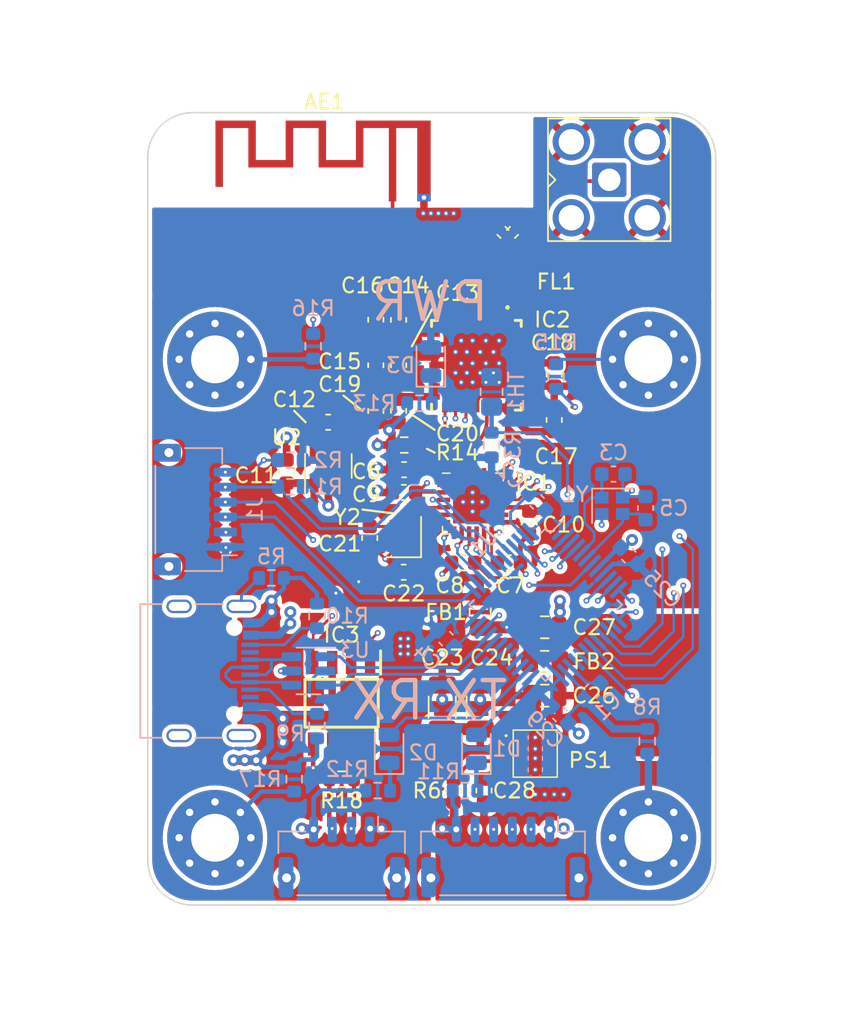
<source format=kicad_pcb>
(kicad_pcb (version 20221018) (generator pcbnew)
  (layers (0 "F.Cu" signal) (1 "In1.Cu" signal) (2 "In2.Cu" signal) (31 "B.Cu" signal) (34 "B.Paste" user) (35 "F.Paste" user) (36 "B.SilkS" user "B.Silkscreen") (37 "F.SilkS" user "F.Silkscreen") (38 "B.Mask" user) (39 "F.Mask" user) (44 "Edge.Cuts" user))
  (net 0 "")
  (net 1 "Net-(AE1-Pad1)")
  (net 2 "Earth")
  (net 3 "Net-(U1-VCAP)")
  (net 4 "+3V3")
  (net 5 "/OSC_IN")
  (net 6 "/OSC_OUT")
  (net 7 "Net-(IC1-VR_PA)")
  (net 8 "/DCC_FB")
  (net 9 "/SX_RESET")
  (net 10 "Net-(IC1-XTA)")
  (net 11 "Net-(IC1-XTB)")
  (net 12 "/SX_BUSY")
  (net 13 "/SX_DIO1")
  (net 14 "/SX_DIO2")
  (net 15 "/SX_DIO3")
  (net 17 "+3.3VA")
  (net 18 "/MISO")
  (net 19 "/MOSI")
  (net 20 "/SCK")
  (net 21 "/SX_CS")
  (net 22 "/RF_IO")
  (net 23 "/PA_EN")
  (net 24 "/PA_TX_EN")
  (net 25 "/PA_RX_EN")
  (net 26 "+2V8")
  (net 27 "/SW_CLK")
  (net 28 "/SW_DIO")
  (net 29 "/BOOT0")
  (net 30 "/NRST")
  (net 31 "+5V")
  (net 32 "Net-(J3-CC1)")
  (net 33 "/USB_ESD_P")
  (net 34 "/USB_ESD_N")
  (net 36 "Net-(J3-CC2)")
  (net 38 "/CAN_H")
  (net 39 "/CAN_L")
  (net 40 "/UART_RX")
  (net 41 "/UART_TX")
  (net 42 "/UART_RTS")
  (net 43 "/UART_CTS")
  (net 44 "Net-(D1-K)")
  (net 45 "Net-(D2-K)")
  (net 46 "Net-(D3-K)")
  (net 51 "/USB_D_N")
  (net 52 "/USB_D_P")
  (net 53 "/CAN_RX")
  (net 54 "/CAN_TX")
  (net 57 "/LED_TX")
  (net 58 "/LED_RX")
  (net 60 "/THERM")
  (net 65 "/3v3_raw")
  (net 66 "Net-(PS1-MODE{slash}S-CONF)")
  (net 70 "Net-(J2-In)")
  (net 71 "Net-(J3-SHIELD)")
  (net 72 "Net-(H4-Pad1)")
  (net 73 "Net-(H1-Pad1)")
  (net 74 "Net-(H2-Pad1)")
  (net 75 "Net-(H3-Pad1)")
  (net 76 "Net-(FL1-IN)")
  (net 77 "Net-(FL1-OUT)")
  (net 78 "Net-(PS1-SS{slash}TR)")
  (footprint "tja1462:SOIC127P600X175-8N" (layer "F.Cu") (at 101.473 79.502 -90)
    (fp_text reference "IC3")
    (fp_text value "TJA1462AT_0Z" hide)
  )
  (footprint "Capacitor_SMD:C_0603_1608Metric" (layer "F.Cu") (at 103.759 59.957 -90)
    (fp_text reference "C19")
    (fp_text value "100n")
  )
  (footprint "Capacitor_SMD:C_0805_2012Metric" (layer "F.Cu") (at 115.062 74.422)
    (fp_text reference "C27")
    (fp_text value "22u")
  )
  (footprint "Capacitor_SMD:C_0603_1608Metric" (layer "F.Cu") (at 115.697 57.518 90)
    (fp_text reference "C18")
    (fp_text value "100n")
  )
  (footprint "MountingHole:MountingHole_3.2mm_M3_Pad_Via" (layer "F.Cu") (at 93 56.5)
    (fp_text reference "H2" hide)
    (fp_text value "MountingHole_Pad")
  )
  (footprint "Inductor_SMD:L_0805_2012Metric_Pad1.15x1.40mm_HandSolder" (layer "F.Cu") (at 110.744 73.406 -90)
    (fp_text reference "FB1")
    (fp_text value "BLM18KG102SN1D")
  )
  (footprint "Resistor_SMD:R_0402_1005Metric" (layer "F.Cu") (at 112.903 48.008 45)
    (fp_text reference "R4" hide)
    (fp_text value "0")
  )
  (footprint "Capacitor_SMD:C_0603_1608Metric" (layer "F.Cu") (at 110.998 85.344 -90)
    (fp_text reference "C28")
    (fp_text value "4u7")
  )
  (footprint "tpsm82901:TPSM82901SISR" (layer "F.Cu") (at 114.427 82.872)
    (fp_text reference "PS1")
    (fp_text value "TPSM82901SISR" hide)
  )
  (footprint "Resistor_SMD:R_0603_1608Metric" (layer "F.Cu") (at 105.664 62.23)
    (fp_text reference "R14")
    (fp_text value "10k")
  )
  (footprint "Capacitor_SMD:C_0603_1608Metric" (layer "F.Cu") (at 105.651 63.881)
    (fp_text reference "C6")
    (fp_text value "100n")
  )
  (footprint "sky65383:SKY6538311" (layer "F.Cu") (at 110.49 56.896 90)
    (fp_text reference "IC2")
    (fp_text value "SKY65383-11" hide)
  )
  (footprint "Capacitor_SMD:C_0603_1608Metric" (layer "F.Cu") (at 103.759 53.848 -90)
    (fp_text reference "C16")
    (fp_text value "10p")
  )
  (footprint "Capacitor_SMD:C_0603_1608Metric" (layer "F.Cu") (at 103.352 68.453 -90)
    (fp_text reference "C21")
    (fp_text value "13p")
  )
  (footprint "Capacitor_SMD:C_0603_1608Metric" (layer "F.Cu") (at 105.283 56.896 90)
    (fp_text reference "C13")
    (fp_text value "4u7")
  )
  (footprint "Capacitor_SMD:C_0603_1608Metric" (layer "F.Cu") (at 112.662 70.104)
    (fp_text reference "C7")
    (fp_text value "470n")
  )
  (footprint "Capacitor_SMD:C_0603_1608Metric" (layer "F.Cu") (at 103.759 56.896 90)
    (fp_text reference "C15")
    (fp_text value "10p")
  )
  (footprint "Capacitor_SMD:C_0603_1608Metric" (layer "F.Cu") (at 97.79 64.008 90)
    (fp_text reference "C11")
    (fp_text value "1u")
  )
  (footprint "Capacitor_SMD:C_0603_1608Metric" (layer "F.Cu") (at 105.283 59.944 -90)
    (fp_text reference "C20")
    (fp_text value "100n")
  )
  (footprint "sx1281:QFN50P400X400X100-25N-D" (layer "F.Cu") (at 110.255 66.147)
    (fp_text reference "IC1")
    (fp_text value "SX1281IMLTRT" hide)
  )
  (footprint "Package_TO_SOT_SMD:SOT-23-5" (layer "F.Cu") (at 100.584 63.627 90)
    (fp_text reference "U2")
    (fp_text value "TPS7A20285PDBVR")
  )
  (footprint "Capacitor_SMD:C_0603_1608Metric" (layer "F.Cu") (at 109.601 70.104 180)
    (fp_text reference "C8")
    (fp_text value "100n")
  )
  (footprint "Capacitor_SMD:C_1206_3216Metric" (layer "F.Cu") (at 110.744 79.756 90)
    (fp_text reference "C23")
    (fp_text value "10u")
  )
  (footprint "Capacitor_SMD:C_0603_1608Metric" (layer "F.Cu") (at 115.697 60.553 -90)
    (fp_text reference "C17")
    (fp_text value "10p")
  )
  (footprint "Resistor_SMD:R_0402_1005Metric" (layer "F.Cu") (at 112.268 48.006 135)
    (fp_text reference "R7" hide)
    (fp_text value "0")
  )
  (footprint "Connector_Coaxial:SMA_Amphenol_901-143_Horizontal" (layer "F.Cu") (at 119.38 44.49)
    (fp_text reference "J2" hide)
    (fp_text value "Conn_Coaxial")
  )
  (footprint "Crystal:Crystal_SMD_2016-4Pin_2.0x1.6mm" (layer "F.Cu") (at 105.638 68.388 90)
    (fp_text reference "Y2")
    (fp_text value "52MHz")
  )
  (footprint "Capacitor_SMD:C_0603_1608Metric" (layer "F.Cu") (at 100.571 60.706)
    (fp_text reference "C12")
    (fp_text value "1u")
  )
  (footprint "Capacitor_SMD:C_0603_1608Metric" (layer "F.Cu") (at 105.283 53.861 -90)
    (fp_text reference "C14")
    (fp_text value "4u7")
  )
  (footprint "Capacitor_SMD:C_0603_1608Metric" (layer "F.Cu") (at 114.02 67.424 -90)
    (fp_text reference "C10")
    (fp_text value "100n")
  )
  (footprint "Capacitor_SMD:C_0603_1608Metric" (layer "F.Cu") (at 108.966 85.344 90)
    (fp_text reference "R6")
    (fp_text value "26k1")
  )
  (footprint "Resistor_SMD:R_0603_1608Metric" (layer "F.Cu") (at 101.473 84.582 180)
    (fp_text reference "R18")
    (fp_text value "120")
  )
  (footprint "Capacitor_SMD:C_0603_1608Metric" (layer "F.Cu") (at 105.638 65.405 180)
    (fp_text reference "C9")
    (fp_text value "10n")
  )
  (footprint "Capacitor_SMD:C_0805_2012Metric" (layer "F.Cu") (at 115.062 78.994 180)
    (fp_text reference "C26")
    (fp_text value "22u")
  )
  (footprint "MountingHole:MountingHole_3.2mm_M3_Pad_Via" (layer "F.Cu") (at 122 56.5)
    (fp_text reference "H1" hide)
    (fp_text value "MountingHole_Pad")
  )
  (footprint "RF_Antenna:Texas_SWRA117D_2.4GHz_Left" (layer "F.Cu") (at 104.88 45.678)
    (fp_text reference "AE1")
    (fp_text value "inverted F")
  )
  (footprint "Inductor_SMD:L_0805_2012Metric_Pad1.15x1.40mm_HandSolder" (layer "F.Cu") (at 115.062 76.708 180)
    (fp_text reference "FB2")
    (fp_text value "BLM18KG102SN1D")
  )
  (footprint "Capacitor_SMD:C_0603_1608Metric" (layer "F.Cu") (at 105.625 70.739 180)
    (fp_text reference "C22")
    (fp_text value "13p")
  )
  (footprint "Capacitor_SMD:C_1206_3216Metric" (layer "F.Cu") (at 108.204 79.756 -90)
    (fp_text reference "C24")
    (fp_text value "10u")
  )
  (footprint "dea202450bt1261:DEA202450BT1261A2" (layer "F.Cu") (at 112.5728 51.181 90)
    (fp_text reference "FL1")
    (fp_text value "RFBPF2012080AC2T00" hide)
  )
  (footprint "LED_SMD:LED_0805_2012Metric" (layer "B.Cu") (at 104.648 82.55 90)
    (fp_text reference "D2")
    (fp_text value "rx")
  )
  (footprint "Connector_USB:USB_C_Receptacle_Palconn_UTC16-G" (layer "B.Cu") (at 92.837 77.343 90)
    (fp_text reference "J3" hide)
    (fp_text value "USB_C_Receptacle_USB2.0")
  )
  (footprint "Capacitor_SMD:C_0603_1608Metric" (layer "B.Cu") (at 121.807008 66.45 90)
    (fp_text reference "C5")
    (fp_text value "14p")
  )
  (footprint "Resistor_SMD:R_0603_1608Metric" (layer "B.Cu") (at 121.92 82.042 -90)
    (fp_text reference "R8")
    (fp_text value "1M")
  )
  (footprint "Resistor_SMD:R_0603_1608Metric" (layer "B.Cu") (at 96.774 71.12 180)
    (fp_text reference "R5")
    (fp_text value "1M")
  )
  (footprint "Crystal:Crystal_SMD_2016-4Pin_2.0x1.6mm" (layer "B.Cu") (at 119.583008 66.294)
    (fp_text reference "Y1")
    (fp_text value "48MHz")
  )
  (footprint "Resistor_SMD:R_0603_1608Metric" (layer "B.Cu") (at 111.506 62.23 90)
    (fp_text reference "R3")
    (fp_text value "10k")
  )
  (footprint "Package_QFP:LQFP-48_7x7mm_P0.5mm" (layer "B.Cu") (at 115.119223 72.912551 -135)
    (fp_text reference "U1")
    (fp_text value "STM32U575CGTx")
  )
  (footprint "LED_SMD:LED_0805_2012Metric" (layer "B.Cu") (at 110.49 82.55 90)
    (fp_text reference "D1")
    (fp_text value "tx")
  )
  (footprint "Resistor_SMD:R_0603_1608Metric" (layer "B.Cu") (at 98.044 63.246)
    (fp_text reference "R2")
    (fp_text value "10k")
  )
  (footprint "Package_TO_SOT_SMD:SOT-23-6" (layer "B.Cu") (at 99.25 77.343 180)
    (fp_text reference "U3")
    (fp_text value "USBLC6-2SC6")
  )
  (footprint "Connector_JST:JST_GH_SM06B-GHS-TB_1x06-1MP_P1.25mm_Horizontal" (layer "B.Cu") (at 112.268 89.789 180)
    (fp_text reference "J5" hide)
    (fp_text value "jst gh 6")
  )
  (footprint "Capacitor_SMD:C_0603_1608Metric" (layer "B.Cu") (at 116.078 80.264 -45)
    (fp_text reference "C29")
    (fp_text value "4u7")
  )
  (footprint "Resistor_SMD:R_0603_1608Metric" (layer "B.Cu") (at 99.568 55.626 -90)
    (fp_text reference "R16")
    (fp_text value "1M")
  )
  (footprint "Resistor_SMD:R_0805_2012Metric_Pad1.20x1.40mm_HandSolder" (layer "B.Cu") (at 111.506 58.674 90)
    (fp_text reference "TH1")
    (fp_text value "NTCG203NH103JT1")
  )
  (footprint "LED_SMD:LED_0805_2012Metric" (layer "B.Cu") (at 107.442 56.642 90)
    (fp_text reference "D3")
    (fp_text value "pwr")
  )
  (footprint "Connector_JST:JST_SH_SM06B-SRSS-TB_1x06-1MP_P1.00mm_Horizontal" (layer "B.Cu") (at 91.694 66.548 90)
    (fp_text reference "J1")
    (fp_text value "jst_sh 6")
  )
  (footprint "Connector_JST:JST_GH_SM04B-GHS-TB_1x04-1MP_P1.25mm_Horizontal" (layer "B.Cu") (at 101.473 89.789 180)
    (fp_text reference "J4" hide)
    (fp_text value "jst gh 4")
  )
  (footprint "Capacitor_SMD:C_0603_1608Metric" (layer "B.Cu") (at 108.458 75.184 -45)
    (fp_text reference "C4")
    (fp_text value "4u7")
  )
  (footprint "MountingHole:MountingHole_3.2mm_M3_Pad_Via" (layer "B.Cu") (at 122 88.5 180)
    (fp_text reference "H4" hide)
    (fp_text value "MountingHole_Pad")
  )
  (footprint "Resistor_SMD:R_0603_1608Metric" (layer "B.Cu") (at 99.822 81.026 -90)
    (fp_text reference "R9")
    (fp_text value "5k1")
  )
  (footprint "Capacitor_SMD:C_0603_1608Metric" (layer "B.Cu") (at 114.554 66.04 135)
    (fp_text reference "C2")
    (fp_text value "4u7")
  )
  (footprint "Capacitor_SMD:C_0603_1608Metric" (layer "B.Cu") (at 120.690008 69.638 135)
    (fp_text reference "C25")
    (fp_text value "4u7")
  )
  (footprint "Capacitor_SMD:C_0603_1608Metric" (layer "B.Cu") (at 118.237 78.695008 45)
    (fp_text reference "C1")
    (fp_text value "4u7")
  )
  (footprint "Resistor_SMD:R_0603_1608Metric" (layer "B.Cu") (at 98.298 84.582 -90)
    (fp_text reference "R17")
    (fp_text value "1M")
  )
  (footprint "Resistor_SMD:R_0603_1608Metric" (layer "B.Cu") (at 106.68 59.436 180)
    (fp_text reference "R13")
    (fp_text value "330")
  )
  (footprint "MountingHole:MountingHole_3.2mm_M3_Pad_Via" (layer "B.Cu") (at 93 88.5 180)
    (fp_text reference "H3" hide)
    (fp_text value "MountingHole_Pad")
  )
  (footprint "Resistor_SMD:R_0603_1608Metric" (layer "B.Cu") (at 98.044 65.024)
    (fp_text reference "R1")
    (fp_text value "10k")
  )
  (footprint "Resistor_SMD:R_0603_1608Metric" (layer "B.Cu") (at 103.886 85.344 180)
    (fp_text reference "R12")
    (fp_text value "330")
  )
  (footprint "Resistor_SMD:R_0603_1608Metric" (layer "B.Cu") (at 115.824 57.658 90)
    (fp_text reference "R15")
    (fp_text value "1M")
  )
  (footprint "Capacitor_SMD:C_0603_1608Metric" (layer "B.Cu") (at 119.661008 64.177)
    (fp_text reference "C3")
    (fp_text value "14p")
  )
  (footprint "Resistor_SMD:R_0603_1608Metric" (layer "B.Cu") (at 99.822 73.66 90)
    (fp_text reference "R10")
    (fp_text value "5k1")
  )
  (footprint "Resistor_SMD:R_0603_1608Metric" (layer "B.Cu") (at 109.728 85.344 180)
    (fp_text reference "R11")
    (fp_text value "330")
  )
  (gr_line (start 98.298 59.944) (end 99.06 60.706) (stroke (width 0.15)) (layer "F.SilkS"))
  (gr_line (start 107.696 61.214) (end 106.172 60.198) (stroke (width 0.15)) (layer "F.SilkS"))
  (gr_line (start 102.87 59.944) (end 101.6 58.928) (stroke (width 0.15)) (layer "F.SilkS"))
  (gr_line (start 102.87 66.548) (end 104.902 66.802) (stroke (width 0.15)) (layer "F.SilkS"))
  (gr_line (start 107.696 62.738) (end 107.188 62.484) (stroke (width 0.15)) (layer "F.SilkS"))
  (gr_line (start 107.696 52.832) (end 106.172 55.626) (stroke (width 0.15)) (layer "F.SilkS"))
  (gr_arc (start 126.5 90) (mid 125.62132 92.12132) (end 123.5 93) (stroke (width 0.1)) (layer "Edge.Cuts"))
  (gr_line (start 88.5 90) (end 88.5 43) (stroke (width 0.1)) (layer "Edge.Cuts"))
  (gr_line (start 123.5 93) (end 91.5 93) (stroke (width 0.1)) (layer "Edge.Cuts"))
  (gr_line (start 126.5 43) (end 126.5 90) (stroke (width 0.1)) (layer "Edge.Cuts"))
  (gr_arc (start 91.5 93) (mid 89.37868 92.12132) (end 88.5 90) (stroke (width 0.1)) (layer "Edge.Cuts"))
  (gr_line (start 91.5 40) (end 123.5 40) (stroke (width 0.1)) (layer "Edge.Cuts"))
  (gr_arc (start 123.5 40) (mid 125.62132 40.87868) (end 126.5 43) (stroke (width 0.1)) (layer "Edge.Cuts"))
  (gr_arc (start 88.5 43) (mid 89.37868 40.87868) (end 91.5 40) (stroke (width 0.1)) (layer "Edge.Cuts"))
  (gr_text "PWR" (at 111.506 54.102) (layer "B.SilkS") (effects (font (size 2.5 2.5) (thickness 0.3)) (justify left bottom mirror)))
  (gr_text "RX" (at 107.188 80.772) (layer "B.SilkS") (effects (font (size 2.5 2.5) (thickness 0.3)) (justify left bottom mirror)))
  (gr_text "TX" (at 112.776 80.772) (layer "B.SilkS") (effects (font (size 2.5 2.5) (thickness 0.3)) (justify left bottom mirror)))
  (segment (start 111.907376 47.645376) (end 111.800752 47.752) (width 0.245) (layer "F.Cu") (net 1))
  (segment (start 106.53932 48.768) (end 109.561368 48.768) (width 0.245) (layer "F.Cu") (net 1))
  (segment (start 110.622028 48.32866) (end 110.865972 48.084716) (width 0.245) (layer "F.Cu") (net 1))
  (segment (start 105.31934 48.16934) (end 105.47866 48.32866) (width 0.245) (layer "F.Cu") (net 1))
  (segment (start 104.88 45.678) (end 104.88 47.10868) (width 0.245) (layer "F.Cu") (net 1))
  (arc (start 109.561368 48.768) (mid 110.135393 48.653819) (end 110.622028 48.32866) (width 0.245) (layer "F.Cu") (net 1))
  (arc (start 110.865972 48.084716) (mid 111.352607 47.759557) (end 111.926632 47.645376) (width 0.245) (layer "F.Cu") (net 1))
  (arc (start 106.53932 48.768) (mid 105.965295 48.653819) (end 105.47866 48.32866) (width 0.245) (layer "F.Cu") (net 1))
  (arc (start 104.88 47.10868) (mid 104.994181 47.682705) (end 105.31934 48.16934) (width 0.245) (layer "F.Cu") (net 1))
  (segment (start 113.443 56.743) (end 113.29 56.896) (width 0.5) (layer "F.Cu") (net 2))
  (segment (start 112.144 55.496) (end 111.89 55.496) (width 0.3) (layer "F.Cu") (net 2))
  (segment (start 109.79 56.196) (end 110.49 56.896) (width 0.3) (layer "F.Cu") (net 2))
  (segment (start 110.505 65.897) (end 110.255 66.147) (width 0.3) (layer "F.Cu") (net 2))
  (segment (start 108.39 54.096) (end 108.39 54.796) (width 0.3) (layer "F.Cu") (net 2))
  (segment (start 103.733 60.706) (end 103.759 60.732) (width 0.5) (layer "F.Cu") (net 2))
  (segment (start 103.352 69.228) (end 103.772 69.228) (width 0.2) (layer "F.Cu") (net 2))
  (segment (start 107.69 55.496) (end 109.09 55.496) (width 0.3) (layer "F.Cu") (net 2))
  (segment (start 108.966 46.736) (end 106.934 46.736) (width 0.3) (layer "F.Cu") (net 2))
  (segment (start 108.966 55.372) (end 110.49 56.896) (width 0.3) (layer "F.Cu") (net 2))
  (segment (start 110.505 64.197) (end 110.505 65.897) (width 0.3) (layer "F.Cu") (net 2))
  (segment (start 112.395 55.245) (end 112.144 55.496) (width 0.3) (layer "F.Cu") (net 2))
  (segment (start 104.85 70.739) (end 104.85 70.306) (width 0.2) (layer "F.Cu") (net 2))
  (segment (start 104.013 65.405) (end 103.886 65.278) (width 0.5) (layer "F.Cu") (net 2))
  (segment (start 109.505 64.197) (end 109.505 65.397) (width 0.3) (layer "F.Cu") (net 2))
  (segment (start 109.005 64.197) (end 109.505 64.197) (width 0.2) (layer "F.Cu") (net 2))
  (segment (start 104.013 63.881) (end 103.886 63.754) (width 0.5) (layer "F.Cu") (net 2))
  (segment (start 109.505 65.397) (end 110.255 66.147) (width 0.3) (layer "F.Cu") (net 2))
  (segment (start 111.19 54.929) (end 111.506 55.245) (width 0.3) (layer "F.Cu") (net 2))
  (segment (start 103.352 69.228) (end 104.948 69.228) (width 0.2) (layer "F.Cu") (net 2))
  (segment (start 113.29 54.796) (end 112.59 54.796) (width 0.3) (layer "F.Cu") (net 2))
  (segment (start 111.89 58.296) (end 110.49 56.896) (width 0.3) (layer "F.Cu") (net 2))
  (segment (start 111.19 57.596) (end 110.49 56.896) (width 0.3) (layer "F.Cu") (net 2))
  (segment (start 105.283 54.636) (end 105.283 56.121) (width 0.8) (layer "F.Cu") (net 2))
  (segment (start 109.79 54.096) (end 109.79 55.183) (width 0.3) (layer "F.Cu") (net 2))
  (segment (start 115.697 56.743) (end 113.443 56.743) (width 0.5) (layer "F.Cu") (net 2))
  (segment (start 108.826 70.104) (end 108.826 70.244) (width 0.3) (layer "F.Cu") (net 2))
  (segment (start 111.005 64.197) (end 111.005 65.397) (width 0.2) (layer "F.Cu") (net 2))
  (segment (start 112.205 67.397) (end 112.18 67.372) (width 0.2) (layer "F.Cu") (net 2))
  (segment (start 115.697 61.328) (end 113.9 61.328) (width 0.5) (layer "F.Cu") (net 2))
  (segment (start 105.143 60.719) (end 104.648 61.214) (width 0.5) (layer "F.Cu") (net 2))
  (segment (start 97.79 63.233) (end 97.79 61.722) (width 0.5) (layer "F.Cu") (net 2))
  (segment (start 109.09 54.096) (end 109.09 55.496) (width 0.3) (layer "F.Cu") (net 2))
  (segment (start 105.088 70.501) (end 104.85 70.739) (width 0.2) (layer "F.Cu") (net 2))
  (segment (start 108.966 55.245) (end 108.966 55.372) (width 0.3) (layer "F.Cu") (net 2))
  (segment (start 109.79 55.183) (end 109.728 55.245) (width 0.3) (layer "F.Cu") (net 2))
  (segment (start 114.427 82.872) (end 114.427 82.677) (width 0.5) (layer "F.Cu") (net 2))
  (segment (start 112.646 55.496) (end 112.395 55.245) (width 0.3) (layer "F.Cu") (net 2))
  (segment (start 100.584 64.7645) (end 100.584 66.294) (width 0.5) (layer "F.Cu") (net 2))
  (segment (start 113.437 68.782) (end 114.02 68.199) (width 0.3) (layer "F.Cu") (net 2))
  (segment (start 104.839 62.23) (end 104.839 61.405) (width 0.5) (layer "F.Cu") (net 2))
  (segment (start 113.9 61.328) (end 112.268 59.696) (width 0.5) (layer "F.Cu") (net 2))
  (segment (start 109.505 66.897) (end 110.255 66.147) (width 0.2) (layer "F.Cu") (net 2))
  (segment (start 107.69 56.896) (end 107.69 55.496) (width 0.5) (layer "F.Cu") (net 2))
  (segment (start 113.29 57.596) (end 111.19 57.596) (width 0.3) (layer "F.Cu") (net 2))
  (segment (start 113.437 70.511) (end 113.792 70.866) (width 0.2) (layer "F.Cu") (net 2))
  (segment (start 111.89 55.496) (end 110.49 56.896) (width 0.3) (layer "F.Cu") (net 2))
  (segment (start 112.268 59.696) (end 112.59 59.696) (width 0.5) (layer "F.Cu") (net 2))
  (segment (start 109.09 55.496) (end 110.49 56.896) (width 0.3) (layer "F.Cu") (net 2))
  (segment (start 105.088 69.156) (end 104.394 69.85) (width 0.2) (layer "F.Cu") (net 2))
  (segment (start 106.98 46.69) (end 106.934 46.736) (width 0.2) (layer "F.Cu") (net 2))
  (segment (start 103.772 54.636) (end 103.759 54.623) (width 0.8) (layer "F.Cu") (net 2))
  (segment (start 114.427 81.661) (end 114.427 79.309) (width 0.5) (layer "F.Cu") (net 2))
  (segment (start 104.948 69.228) (end 105.088 69.088) (width 0.2) (layer "F.Cu") (net 2))
  (segment (start 104.863 65.405) (end 104.863 62.254) (width 0.8) (layer "F.Cu") (net 2))
  (segment (start 114.427 79.309) (end 114.112 78.994) (width 0.8) (layer "F.Cu") (net 2))
  (segment (start 106.98 45.678) (end 106.98 46.69) (width 0.5) (layer "F.Cu") (net 2))
  (segment (start 104.863 65.405) (end 104.013 65.405) (width 0.5) (layer "F.Cu") (net 2))
  (segment (start 111.19 55.561) (end 111.19 56.196) (width 0.3) (layer "F.Cu") (net 2))
  (segment (start 105.358 56.196) (end 105.283 56.121) (width 0.8) (layer "F.Cu") (net 2))
  (segment (start 114.427 85.598) (end 114.427 83.947) (width 0.5) (layer "F.Cu") (net 2))
  (segment (start 105.283 60.719) (end 105.143 60.719) (width 0.5) (layer "F.Cu") (net 2))
  (segment (start 103.759 56.121) (end 105.283 56.121) (width 0.8) (layer "F.Cu") (net 2))
  (segment (start 113.218 67.397) (end 114.02 68.199) (width 0.3) (layer "F.Cu") (net 2))
  (segment (start 113.29 55.496) (end 112.646 55.496) (width 0.3) (layer "F.Cu") (net 2))
  (segment (start 116.078 73.406) (end 116.078 72.644) (width 0.5) (layer "F.Cu") (net 2))
  (segment (start 108.305 66.897) (end 109.505 66.897) (width 0.2) (layer "F.Cu") (net 2))
  (segment (start 109.79 55.307) (end 109.79 56.196) (width 0.3) (layer "F.Cu") (net 2))
  (segment (start 111.19 54.096) (end 111.19 54.929) (width 0.3) (layer "F.Cu") (net 2))
  (segment (start 111.89 59.696) (end 111.89 58.296) (width 0.3) (layer "F.Cu") (net 2))
  (segment (start 105.088 69.088) (end 105.088 69.156) (width 0.2) (layer "F.Cu") (net 2))
  (segment (start 104.166 60.732) (end 104.648 61.214) (width 0.5) (layer "F.Cu") (net 2))
  (segment (start 114.427 81.788) (end 114.427 79.309) (width 0.8) (layer "F.Cu") (net 2))
  (segment (start 107.69 56.196) (end 105.358 56.196) (width 0.8) (layer "F.Cu") (net 2))
  (segment (start 113.29 56.196) (end 111.19 56.196) (width 0.3) (layer "F.Cu") (net 2))
  (segment (start 101.346 60.706) (end 103.733 60.706) (width 0.5) (layer "F.Cu") (net 2))
  (segment (start 114.427 83.312) (end 114.427 83.947) (width 0.5) (layer "F.Cu") (net 2))
  (segment (start 109.728 55.245) (end 109.79 55.307) (width 0.3) (layer "F.Cu") (net 2))
  (segment (start 106.979 66.897) (end 108.305 66.897) (width 0.2) (layer "F.Cu") (net 2))
  (segment (start 103.759 60.732) (end 104.166 60.732) (width 0.5) (layer "F.Cu") (net 2))
  (segment (start 113.437 70.104) (end 113.437 68.782) (width 0.3) (layer "F.Cu") (net 2))
  (segment (start 108.839 55.245) (end 108.966 55.245) (width 0.3) (layer "F.Cu") (net 2))
  (segment (start 111.89 54.096) (end 111.89 55.496) (width 0.3) (layer "F.Cu") (net 2))
  (segment (start 111.48 67.372) (end 110.255 66.147) (width 0.2) (layer "F.Cu") (net 2))
  (segment (start 103.772 69.228) (end 104.394 69.85) (width 0.2) (layer "F.Cu") (net 2))
  (segment (start 111.506 55.245) (end 111.19 55.561) (width 0.3) (layer "F.Cu") (net 2))
  (segment (start 106.188 67.688) (end 106.979 66.897) (width 0.2) (layer "F.Cu") (net 2))
  (segment (start 113.437 70.104) (end 113.437 70.511) (width 0.2) (layer "F.Cu") (net 2))
  (segment (start 114.427 82.872) (end 114.427 83.312) (width 0.5) (layer "F.Cu") (net 2))
  (segment (start 116.012 73.472) (end 116.078 73.406) (width 0.5) (layer "F.Cu") (net 2))
  (segment (start 103.759 54.623) (end 103.759 56.121) (width 0.8) (layer "F.Cu") (net 2))
  (segment (start 112.59 54.796) (end 110.49 56.896) (width 0.3) (layer "F.Cu") (net 2))
  (segment (start 104.839 62.23) (end 103.886 62.23) (width 0.5) (layer "F.Cu") (net 2))
  (segment (start 105.283 54.636) (end 103.772 54.636) (width 0.8) (layer "F.Cu") (net 2))
  (segment (start 104.876 63.881) (end 104.013 63.881) (width 0.5) (layer "F.Cu") (net 2))
  (segment (start 105.088 69.088) (end 105.088 70.501) (width 0.2) (layer "F.Cu") (net 2))
  (segment (start 104.85 70.306) (end 104.394 69.85) (width 0.2) (layer "F.Cu") (net 2))
  (segment (start 111.005 65.397) (end 110.255 66.147) (width 0.2) (layer "F.Cu") (net 2))
  (segment (start 112.59 59.696) (end 112.59 58.996) (width 0.3) (layer "F.Cu") (net 2))
  (segment (start 108.826 70.244) (end 108.204 70.866) (width 0.3) (layer "F.Cu") (net 2))
  (segment (start 113.29 58.296) (end 111.89 58.296) (width 0.3) (layer "F.Cu") (net 2))
  (segment (start 112.205 67.397) (end 113.218 67.397) (width 0.3) (layer "F.Cu") (net 2))
  (segment (start 114.427 82.677) (end 114.427 81.661) (width 0.5) (layer "F.Cu") (net 2))
  (segment (start 111.89 59.696) (end 112.268 59.696) (width 0.5) (layer "F.Cu") (net 2))
  (segment (start 111.19 56.196) (end 110.49 56.896) (width 0.3) (layer "F.Cu") (net 2))
  (segment (start 116.012 74.422) (end 116.012 73.472) (width 0.5) (layer "F.Cu") (net 2))
  (segment (start 112.59 58.996) (end 110.49 56.896) (width 0.3) (layer "F.Cu") (net 2))
  (segment (start 112.18 67.372) (end 111.48 67.372) (width 0.2) (layer "F.Cu") (net 2))
  (segment (start 104.863 62.254) (end 104.839 62.23) (width 0.8) (layer "F.Cu") (net 2))
  (segment (start 104.839 61.405) (end 104.648 61.214) (width 0.5) (layer "F.Cu") (net 2))
  (segment (start 107.69 56.196) (end 109.79 56.196) (width 0.3) (layer "F.Cu") (net 2))
  (segment (start 108.39 54.796) (end 108.839 55.245) (width 0.3) (layer "F.Cu") (net 2))
  (via (at 103.886 63.754) (size 0.8) (drill 0.4) (layers "F.Cu" "B.Cu") (net 2))
  (via (at 109.474 56.769) (size 0.4) (drill 0.2) (layers "F.Cu" "B.Cu") (net 2))
  (via (at 112.014 56.769) (size 0.4) (drill 0.2) (layers "F.Cu" "B.Cu") (net 2))
  (via (at 111.125 58.039) (size 0.4) (drill 0.2) (layers "F.Cu" "B.Cu") (net 2))
  (via (at 114.427 83.185) (size 0.4) (drill 0.2) (layers "F.Cu" "B.Cu") (net 2))
  (via (at 118.872 67.564) (size 0.4) (drill 0.2) (layers "F.Cu" "B.Cu") (net 2))
  (via (at 112.014 58.039) (size 0.4) (drill 0.2) (layers "F.Cu" "B.Cu") (net 2))
  (via (at 107.442 91.186) (size 1.2) (drill 0.6) (layers "F.Cu" "B.Cu") (net 2))
  (via (at 110.744 57.404) (size 0.4) (drill 0.2) (layers "F.Cu" "B.Cu") (net 2))
  (via (at 97.79 61.722) (size 0.8) (drill 0.4) (layers "F.Cu" "B.Cu") (net 2))
  (via (at 120.904 65.278) (size 0.4) (drill 0.2) (layers "F.Cu" "B.Cu") (net 2))
  (via (at 110.871 66.04) (size 0.4) (drill 0.2) (layers "F.Cu" "B.Cu") (net 2))
  (via (at 105.156 91.186) (size 1.2) (drill 0.6) (layers "F.Cu" "B.Cu") (net 2))
  (via (at 89.916 70.358) (size 1.2) (drill 0.6) (layers "F.Cu" "B.Cu") (net 2))
  (via (at 109.093 57.404) (size 0.4) (drill 0.2) (layers "F.Cu" "B.Cu") (net 2))
  (via (at 117.348 81.534) (size 0.8) (drill 0.4) (layers "F.Cu" "B.Cu") (net 2))
  (via (at 95.758 83.312) (size 0.8) (drill 0.4) (layers "F.Cu" "B.Cu") (net 2))
  (via (at 105.41 75.692) (size 0.4) (drill 0.2) (layers "F.Cu" "B.Cu") (net 2))
  (via (at 110.236 56.769) (size 0.4) (drill 0.2) (layers "F.Cu" "B.Cu") (net 2))
  (via (at 115.697 85.598) (size 0.4) (drill 0.2) (layers "F.Cu" "B.Cu") (net 2))
  (via (at 109.474 58.039) (size 0.4) (drill 0.2) (layers "F.Cu" "B.Cu") (net 2))
  (via (at 104.648 61.214) (size 0.8) (drill 0.4) (layers "F.Cu" "B.Cu") (net 2))
  (via (at 96.774 72.644) (size 0.8) (drill 0.4) (layers "F.Cu" "B.Cu") (net 2))
  (via (at 109.474 55.245) (size 0.4) (drill 0.2) (layers "F.Cu" "B.Cu") (net 2))
  (via (at 110.236 58.039) (size 0.4) (drill 0.2) (layers "F.Cu" "B.Cu") (net 2))
  (via (at 117.348 91.186) (size 1.2) (drill 0.6) (layers "F.Cu" "B.Cu") (net 2))
  (via (at 96.774 73.406) (size 0.8) (drill 0.4) (layers "F.Cu" "B.Cu") (net 2))
  (via (at 106.934 46.736) (size 0.4) (drill 0.2) (layers "F.Cu" "B.Cu") (net 2))
  (via (at 108.204 70.866) (size 0.4) (drill 0.2) (layers "F.Cu" "B.Cu") (net 2))
  (via (at 117.094 59.69) (size 0.4) (drill 0.2) (layers "F.Cu" "B.Cu") (net 2))
  (via (at 114.427 85.598) (size 0.4) (drill 0.2) (layers "F.Cu" "B.Cu") (net 2))
  (via (at 112.014 55.245) (size 0.4) (drill 0.2) (layers "F.Cu" "B.Cu") (net 2))
  (via (at 103.886 62.23) (size 0.8) (drill 0.4) (layers "F.Cu" "B.Cu") (net 2))
  (via (at 111.125 56.769) (size 0.4) (drill 0.2) (layers "F.Cu" "B.Cu") (net 2))
  (via (at 109.855 57.404) (size 0.4) (drill 0.2) (layers "F.Cu" "B.Cu") (net 2))
  (via (at 105.918 75.184) (size 0.4) (drill 0.2) (layers "F.Cu" "B.Cu") (net 2))
  (via (at 99.314 78.994) (size 0.4) (drill 0.2) (layers "F.Cu" "B.Cu") (net 2))
  (via (at 116.078 73.406) (size 0.8) (drill 0.4) (layers "F.Cu" "B.Cu") (net 2))
  (via (at 105.918 76.2) (size 0.4) (drill 0.2) (layers "F.Cu" "B.Cu") (net 2))
  (via (at 113.792 70.866) (size 0.4) (drill 0.2) (layers "F.Cu" "B.Cu") (net 2))
  (via (at 93.726 68.072) (size 0.4) (drill 0.2) (layers "F.Cu" "B.Cu") (net 2))
  (via (at 105.41 76.2) (size 0.4) (drill 0.2) (layers "F.Cu" "B.Cu") (net 2))
  (via (at 107.442 46.736) (size 0.4) (drill 0.2) (layers "F.Cu" "B.Cu") (net 2))
  (via (at 114.427 83.947) (size 0.4) (drill 0.2) (layers "F.Cu" "B.Cu") (net 2))
  (via (at 97.79 91.186) (size 1.2) (drill 0.6) (layers "F.Cu" "B.Cu") (net 2))
  (via (at 89.916 62.738) (size 1.2) (drill 0.6) (layers "F.Cu" "B.Cu") (net 2))
  (via (at 108.458 46.736) (size 0.4) (drill 0.2) (layers "F.Cu" "B.Cu") (net 2))
  (via (at 100.584 66.294) (size 0.8) (drill 0.4) (layers "F.Cu" "B.Cu") (net 2))
  (via (at 116.078 72.644) (size 0.8) (drill 0.4) (layers "F.Cu" "B.Cu") (net 2))
  (via (at 110.236 66.04) (size 0.4) (drill 0.2) (layers "F.Cu" "B.Cu") (net 2))
  (via (at 111.633 56.007) (size 0.4) (drill 0.2) (layers "F.Cu" "B.Cu") (net 2))
  (via (at 107.95 46.736) (size 0.4) (drill 0.2) (layers "F.Cu" "B.Cu") (net 2))
  (via (at 105.918 75.692) (size 0.4) (drill 0.2) (layers "F.Cu" "B.Cu") (net 2))
  (via (at 108.966 46.736) (size 0.4) (drill 0.2) (layers "F.Cu" "B.Cu") (net 2))
  (via (at 99.598 87.939) (size 0.8) (drill 0.4) (layers "F.Cu" "B.Cu") (net 2))
  (via (at 115.316 65.024) (size 0.4) (drill 0.2) (layers "F.Cu" "B.Cu") (net 2))
  (via (at 111.125 55.245) (size 0.4) (drill 0.2) (layers "F.Cu" "B.Cu") (net 2))
  (via (at 110.744 56.007) (size 0.4) (drill 0.2) (layers "F.Cu" "B.Cu") (net 2))
  (via (at 110.236 55.245) (size 0.4) (drill 0.2) (layers "F.Cu" "B.Cu") (net 2))
  (via (at 116.332 85.598) (size 0.4) (drill 0.2) (layers "F.Cu" "B.Cu") (net 2))
  (via (at 110.744 79.248) (size 0.8) (drill 0.4) (layers "F.Cu" "B.Cu") (net 2))
  (via (at 114.427 82.55) (size 0.4) (drill 0.2) (layers "F.Cu" "B.Cu") (net 2))
  (via (at 115.062 85.598) (size 0.4) (drill 0.2) (layers "F.Cu" "B.Cu") (net 2))
  (via (at 94.234 83.312) (size 0.8) (drill 0.4) (layers "F.Cu" "B.Cu") (net 2))
  (via (at 114.427 81.788) (size 0.4) (drill 0.2) (layers "F.Cu" "B.Cu") (net 2))
  (via (at 120.904 68.58) (size 0.8) (drill 0.4) (layers "F.Cu" "B.Cu") (net 2))
  (via (at 105.41 75.184) (size 0.4) (drill 0.2) (layers "F.Cu" "B.Cu") (net 2))
  (via (at 109.601 66.04) (size 0.4) (drill 0.2) (layers "F.Cu" "B.Cu") (net 2))
  (via (at 108.204 87.884) (size 0.8) (drill 0.4) (layers "F.Cu" "B.Cu") (net 2))
  (via (at 110.236 66.675) (size 0.4) (drill 0.2) (layers "F.Cu" "B.Cu") (net 2))
  (via (at 109.855 56.007) (size 0.4) (drill 0.2) (layers "F.Cu" "B.Cu") (net 2))
  (via (at 111.633 57.404) (size 0.4) (drill 0.2) (layers "F.Cu" "B.Cu") (net 2))
  (via (at 98.806 87.884) (size 0.8) (drill 0.4) (layers "F.Cu" "B.Cu") (net 2))
  (via (at 108.204 79.248) (size 0.8) (drill 0.4) (layers "F.Cu" "B.Cu") (net 2))
  (via (at 99.568 53.848) (size 0.4) (drill 0.2) (layers "F.Cu" "B.Cu") (net 2))
  (via (at 104.394 69.85) (size 0.4) (drill 0.2) (layers "F.Cu" "B.Cu") (net 2))
  (via (at 94.996 83.312) (size 0.8) (drill 0.4) (layers "F.Cu" "B.Cu") (net 2))
  (via (at 110.236 65.405) (size 0.4) (drill 0.2) (layers "F.Cu" "B.Cu") (net 2))
  (via (at 109.143 87.939) (size 0.8) (drill 0.4) (layers "F.Cu" "B.Cu") (net 2))
  (via (at 108.204 76.2) (size 0.8) (drill 0.4) (layers "F.Cu" "B.Cu") (net 2))
  (via (at 109.093 56.007) (size 0.4) (drill 0.2) (layers "F.Cu" "B.Cu") (net 2))
  (via (at 103.886 65.278) (size 0.8) (drill 0.4) (layers "F.Cu" "B.Cu") (net 2))
  (segment (start 120.142 69.089992) (end 120.394008 69.089992) (width 0.3) (layer "B.Cu") (net 2))
  (segment (start 121.807008 65.675) (end 120.352008 65.675) (width 0.2) (layer "B.Cu") (net 2))
  (segment (start 109.143 87.939) (end 109.143 86.537) (width 0.3) (layer "B.Cu") (net 2))
  (segment (start 118.592885 70.499549) (end 120.002442 69.089992) (width 0.3) (layer "B.Cu") (net 2))
  (segment (start 118.883008 67.552992) (end 118.872 67.564) (width 0.2) (layer "B.Cu") (net 2))
  (segment (start 120.002442 69.089992) (end 120.142 69.089992) (width 0.3) (layer "B.Cu") (net 2))
  (segment (start 113.766881 68.378229) (end 112.776 67.387348) (width 0.2) (layer "B.Cu") (net 2))
  (segment (start 96.686 82.384) (end 95.758 83.312) (width 0.5) (layer "B.Cu") (net 2))
  (segment (start 120.283008 64.33) (end 120.436008 64.177) (width 0.2) (layer "B.Cu") (net 2))
  (segment (start 98.861 87.939) (end 98.806 87.884) (width 0.5) (layer "B.Cu") (net 2))
  (segment (start 118.883008 66.844) (end 118.883008 67.552992) (width 0.2) (layer "B.Cu") (net 2))
  (segment (start 105.855 59.436) (end 105.855 60.007) (width 0.3) (layer "B.Cu") (net 2))
  (segment (start 120.438 65.744) (end 120.904 65.278) (width 0.2) (layer "B.Cu") (net 2))
  (segment (start 96.037 74.143) (end 96.774 73.406) (width 0.5) (layer "B.Cu") (net 2))
  (segment (start 99.822 72.136) (end 99.822 72.835) (width 0.3) (layer "B.Cu") (net 2))
  (segment (start 109.006008 75.732008) (end 109.117786 75.732008) (width 0.175) (layer "B.Cu") (net 2))
  (segment (start 120.352008 65.675) (end 120.283008 65.744) (width 0.2) (layer "B.Cu") (net 2))
  (segment (start 120.394008 69.089992) (end 120.904 68.58) (width 0.3) (layer "B.Cu") (net 2))
  (segment (start 108.204 76.2) (end 108.538016 76.2) (width 0.3) (layer "B.Cu") (net 2))
  (segment (start 112.776 67.387348) (end 112.776 66.721984) (width 0.2) (layer "B.Cu") (net 2))
  (segment (start 100.3875 77.343) (end 100.038604 77.343) (width 0.2) (layer "B.Cu") (net 2))
  (segment (start 108.259 87.939) (end 108.204 87.884) (width 0.5) (layer "B.Cu") (net 2))
  (segment (start 97.599 71.819) (end 96.774 72.644) (width 0.3) (layer "B.Cu") (net 2))
  (segment (start 99.598 87.939) (end 98.861 87.939) (width 0.5) (layer "B.Cu") (net 2))
  (segment (start 89.819 70.348) (end 89.906 70.348) (width 0.2) (layer "B.Cu") (net 2))
  (segment (start 121.92 81.217) (end 119.662976 81.217) (width 0.5) (layer "B.Cu") (net 2))
  (segment (start 99.822 81.851) (end 99.822 83.058) (width 0.3) (layer "B.Cu") (net 2))
  (segment (start 108.903 86.297) (end 108.903 85.344) (width 0.3) (layer "B.Cu") (net 2))
  (segment (start 108.538016 76.2) (end 109.006008 75.732008) (width 0.3) (layer "B.Cu") (net 2))
  (segment (start 99.822 83.058) (end 99.61 83.27) (width 0.3) (layer "B.Cu") (net 2))
  (segment (start 99.61 83.27) (end 98.785 83.27) (width 0.3) (layer "B.Cu") (net 2))
  (segment (start 109.165 87.939) (end 109.22 87.884) (width 0.2) (layer "B.Cu") (net 2))
  (segment (start 96.686 80.963) (end 96.266 80.543) (width 0.5) (layer "B.Cu") (net 2))
  (segment (start 100.584 66.294) (end 99.314 65.024) (width 0.2) (layer "B.Cu") (net 2))
  (segment (start 99.598 87.939) (end 99.598 85.822) (width 0.3) (layer "B.Cu") (net 2))
  (segment (start 109.143 86.537) (end 108.903 86.297) (width 0.3) (layer "B.Cu") (net 2))
  (segment (start 117.688992 79.243016) (end 117.688992 78.6643) (width 0.2) (layer "B.Cu") (net 2))
  (segment (start 96.266 80.543) (end 95.347 80.543) (width 0.5) (layer "B.Cu") (net 2))
  (segment (start 115.824 58.483) (end 115.887 58.483) (width 0.2) (layer "B.Cu") (net 2))
  (segment (start 98.785 83.27) (end 98.298 83.757) (width 0.3) (layer "B.Cu") (net 2))
  (segment (start 89.819 62.748) (end 89.906 62.748) (width 0.2) (layer "B.Cu") (net 2))
  (segment (start 112.776 66.721984) (end 114.005992 65.491992) (width 0.2) (layer "B.Cu") (net 2))
  (segment (start 94.996 83.312) (end 94.234 83.312) (width 0.5) (layer "B.Cu") (net 2))
  (segment (start 93.702 68.048) (end 93.726 68.072) (width 0.2) (layer "B.Cu") (net 2))
  (segment (start 96.686 82.296) (end 96.686 82.384) (width 0.5) (layer "B.Cu") (net 2))
  (segment (start 100.038604 77.343) (end 99.314 78.067604) (width 0.2) (layer "B.Cu") (net 2))
  (segment (start 119.662976 81.217) (end 117.688992 79.243016) (width 0.5) (layer "B.Cu") (net 2))
  (segment (start 114.848008 65.491992) (end 115.316 65.024) (width 0.2) (layer "B.Cu") (net 2))
  (segment (start 99.568 54.801) (end 99.568 53.848) (width 0.2) (layer "B.Cu") (net 2))
  (segment (start 99.598 87.914) (end 99.568 87.884) (width 0.2) (layer "B.Cu") (net 2))
  (segment (start 109.117786 75.732008) (end 110.584901 74.264893) (width 0.175) (layer "B.Cu") (net 2))
  (segment (start 99.598 87.939) (end 99.598 87.914) (width 0.2) (layer "B.Cu") (net 2))
  (segment (start 120.283008 65.744) (end 120.283008 64.33) (width 0.2) (layer "B.Cu") (net 2))
  (segment (start 98.298 83.757) (end 96.203 83.757) (width 0.3) (layer "B.Cu") (net 2))
  (segment (start 89.906 70.348) (end 89.916 70.358) (width 0.2) (layer "B.Cu") (net 2))
  (segment (start 120.283008 65.744) (end 120.438 65.744) (width 0.2) (layer "B.Cu") (net 2))
  (segment (start 109.143 87.939) (end 108.259 87.939) (width 0.5) (layer "B.Cu") (net 2))
  (segment (start 116.626008 80.812008) (end 117.348 81.534) (width 0.3) (layer "B.Cu") (net 2))
  (segment (start 97.599 71.12) (end 97.599 71.819) (width 0.3) (layer "B.Cu") (net 2))
  (segment (start 116.626008 80.812008) (end 116.626008 80.306) (width 0.2) (layer "B.Cu") (net 2))
  (segment (start 93.694 68.048) (end 93.702 68.048) (width 0.2) (layer "B.Cu") (net 2))
  (segment (start 105.855 60.007) (end 104.648 61.214) (width 0.3) (layer "B.Cu") (net 2))
  (segment (start 96.686 82.296) (end 96.686 80.963) (width 0.5) (layer "B.Cu") (net 2))
  (segment (start 117.688992 78.6643) (end 116.471565 77.446873) (width 0.2) (layer "B.Cu") (net 2))
  (segment (start 100.076 85.344) (end 103.061 85.344) (width 0.3) (layer "B.Cu") (net 2))
  (segment (start 115.887 58.483) (end 117.094 59.69) (width 0.2) (layer "B.Cu") (net 2))
  (segment (start 98.806 71.12) (end 99.822 72.136) (width 0.3) (layer "B.Cu") (net 2))
  (segment (start 96.774 73.406) (end 96.774 72.644) (width 0.5) (layer "B.Cu") (net 2))
  (segment (start 95.758 83.312) (end 94.996 83.312) (width 0.5) (layer "B.Cu") (net 2))
  (segment (start 96.203 83.757) (end 95.758 83.312) (width 0.3) (layer "B.Cu") (net 2))
  (segment (start 99.598 85.822) (end 100.076 85.344) (width 0.3) (layer "B.Cu") (net 2))
  (segment (start 116.626008 80.306) (end 117.688992 79.243016) (width 0.2) (layer "B.Cu") (net 2))
  (segment (start 99.314 65.024) (end 98.869 65.024) (width 0.2) (layer "B.Cu") (net 2))
  (segment (start 99.314 78.067604) (end 99.314 78.994) (width 0.2) (layer "B.Cu") (net 2))
  (segment (start 109.143 87.939) (end 109.165 87.939) (width 0.2) (layer "B.Cu") (net 2))
  (segment (start 95.347 74.143) (end 96.037 74.143) (width 0.5) (layer "B.Cu") (net 2))
  (segment (start 97.599 71.12) (end 98.806 71.12) (width 0.3) (layer "B.Cu") (net 2))
  (segment (start 89.906 62.748) (end 89.916 62.738) (width 0.2) (layer "B.Cu") (net 2))
  (segment (start 114.005992 65.491992) (end 114.848008 65.491992) (width 0.2) (layer "B.Cu") (net 2))
  (segment (start 118.785008 78.147) (end 117.878798 78.147) (width 0.2) (layer "B.Cu") (net 3))
  (segment (start 117.878798 78.147) (end 116.825118 77.09332) (width 0.2) (layer "B.Cu") (net 3))
  (segment (start 110.376 70.104) (end 111.005 69.475) (width 0.175) (layer "F.Cu") (net 4))
  (segment (start 114.037 74.497) (end 114.112 74.422) (width 0.8) (layer "F.Cu") (net 4))
  (segment (start 114.037 76.708) (end 114.037 74.497) (width 0.8) (layer "F.Cu") (net 4))
  (segment (start 111.373638 71.101638) (end 112.776 71.101638) (width 0.2) (layer "F.Cu") (net 4))
  (segment (start 110.376 70.104) (end 111.373638 71.101638) (width 0.2) (layer "F.Cu") (net 4))
  (segment (start 99.568 82.227) (end 99.568 83.82) (width 0.3) (layer "F.Cu") (net 4))
  (segment (start 112.522 74.422) (end 110.753 74.422) (width 0.8) (layer "F.Cu") (net 4))
  (segment (start 114.112 74.422) (end 112.522 74.422) (width 0.8) (layer "F.Cu") (net 4))
  (segment (start 110.753 74.422) (end 110.744 74.431) (width 0.8) (layer "F.Cu") (net 4))
  (segment (start 111.005 69.475) (end 111.005 68.097) (width 0.175) (layer "F.Cu") (net 4))
  (via (at 93.726 69.088) (size 0.4) (drill 0.2) (layers "F.Cu" "B.Cu") (net 4))
  (via (at 112.776 71.101638) (size 0.4) (drill 0.2) (layers "F.Cu" "B.Cu") (net 4))
  (via (at 102.616 71.374) (size 0.4) (drill 0.2) (layers "F.Cu" "B.Cu") (net 4))
  (via (at 101.092 72.136) (size 0.4) (drill 0.2) (layers "F.Cu" "B.Cu") (net 4))
  (via (at 107.188 73.914) (size 0.8) (drill 0.4) (layers "F.Cu" "B.Cu") (net 4))
  (via (at 112.522 74.422) (size 0.4) (drill 0.2) (layers "F.Cu" "B.Cu") (net 4))
  (via (at 99.568 83.82) (size 0.4) (drill 0.2) (layers "F.Cu" "B.Cu") (net 4))
  (segment (start 115.529992 79.715992) (end 115.529992 78.388446) (width 0.2) (layer "B.Cu") (net 4))
  (segment (start 116.118011 68.024675) (end 116.118011 67.604011) (width 0.2) (layer "B.Cu") (net 4))
  (segment (start 107.909992 74.635992) (end 109.012984 73.533) (width 0.175) (layer "B.Cu") (net 4))
  (segment (start 93.694 69.056) (end 93.726 69.088) (width 0.2) (layer "B.Cu") (net 4))
  (segment (start 119.613532 70.186008) (end 121.238016 70.186008) (width 0.3) (layer "B.Cu") (net 4))
  (segment (start 115.529992 78.388446) (end 116.118011 77.800427) (width 0.2) (layer "B.Cu") (net 4))
  (segment (start 109.853008 73.533) (end 110.231347 73.911339) (width 0.175) (layer "B.Cu") (net 4))
  (segment (start 109.012984 73.533) (end 109.853008 73.533) (width 0.175) (layer "B.Cu") (net 4))
  (segment (start 107.909992 74.635992) (end 107.188 73.914) (width 0.5) (layer "B.Cu") (net 4))
  (segment (start 116.118011 67.604011) (end 115.102008 66.588008) (width 0.2) (layer "B.Cu") (net 4))
  (segment (start 115.102008 66.588008) (end 115.102008 67.043102) (width 0.2) (layer "B.Cu") (net 4))
  (segment (start 93.694 69.048) (end 93.694 69.056) (width 0.2) (layer "B.Cu") (net 4))
  (segment (start 115.102008 67.043102) (end 114.120435 68.024675) (width 0.2) (layer "B.Cu") (net 4))
  (segment (start 118.946438 70.853102) (end 119.613532 70.186008) (width 0.3) (layer "B.Cu") (net 4))
  (segment (start 117.729 66.167) (end 117.729 67.437) (width 0.175) (layer "B.Cu") (net 5))
  (segment (start 118.883008 65.744) (end 118.883008 64.18) (width 0.2) (layer "B.Cu") (net 5))
  (segment (start 118.364 68.072) (end 118.364 68.607114) (width 0.175) (layer "B.Cu") (net 5))
  (segment (start 118.152 65.744) (end 117.729 66.167) (width 0.175) (layer "B.Cu") (net 5))
  (segment (start 118.364 68.607114) (end 117.532225 69.438889) (width 0.175) (layer "B.Cu") (net 5))
  (segment (start 118.883008 64.18) (end 118.886008 64.177) (width 0.2) (layer "B.Cu") (net 5))
  (segment (start 117.729 67.437) (end 118.364 68.072) (width 0.175) (layer "B.Cu") (net 5))
  (segment (start 118.883008 65.744) (end 118.152 65.744) (width 0.175) (layer "B.Cu") (net 5))
  (segment (start 120.283008 66.844) (end 121.426008 66.844) (width 0.2) (layer "B.Cu") (net 6))
  (segment (start 117.885778 69.792442) (end 120.283008 67.395212) (width 0.175) (layer "B.Cu") (net 6))
  (segment (start 121.426008 66.844) (end 121.807008 67.225) (width 0.2) (layer "B.Cu") (net 6))
  (segment (start 120.283008 67.395212) (end 120.283008 66.844) (width 0.175) (layer "B.Cu") (net 6))
  (segment (start 108.305 64.49) (end 108.305 64.897) (width 0.175) (layer "F.Cu") (net 7))
  (segment (start 107.696 63.881) (end 108.305 64.49) (width 0.175) (layer "F.Cu") (net 7))
  (segment (start 106.426 63.881) (end 107.696 63.881) (width 0.175) (layer "F.Cu") (net 7))
  (segment (start 112.014 68.072) (end 111.53 68.072) (width 0.2) (layer "F.Cu") (net 8))
  (segment (start 106.553 65.405) (end 107.188 64.77) (width 0.2) (layer "F.Cu") (net 8))
  (segment (start 111.53 68.072) (end 111.505 68.097) (width 0.2) (layer "F.Cu") (net 8))
  (segment (start 111.887 70.104) (end 111.505 69.722) (width 0.175) (layer "F.Cu") (net 8))
  (segment (start 108.305 65.397) (end 106.421 65.397) (width 0.175) (layer "F.Cu") (net 8))
  (segment (start 111.505 69.722) (end 111.505 68.097) (width 0.175) (layer "F.Cu") (net 8))
  (segment (start 106.413 65.405) (end 106.553 65.405) (width 0.2) (layer "F.Cu") (net 8))
  (segment (start 106.421 65.397) (end 106.413 65.405) (width 0.175) (layer "F.Cu") (net 8))
  (via (at 112.014 68.072) (size 0.4) (drill 0.2) (layers "F.Cu" "B.Cu") (net 8))
  (via (at 107.188 64.77) (size 0.4) (drill 0.2) (layers "F.Cu" "B.Cu") (net 8))
  (segment (start 107.582 65.897) (end 107.569 65.884) (width 0.175) (layer "F.Cu") (net 9))
  (segment (start 108.305 65.897) (end 107.582 65.897) (width 0.175) (layer "F.Cu") (net 9))
  (via (at 107.569 65.884) (size 0.4) (drill 0.2) (layers "F.Cu" "B.Cu") (net 9))
  (segment (start 111.252 68.834) (end 110.391441 67.973441) (width 0.2) (layer "B.Cu") (net 9))
  (segment (start 110.391441 67.973441) (end 109.826559 67.973441) (width 0.2) (layer "B.Cu") (net 9))
  (segment (start 111.252 69.398882) (end 111.252 68.834) (width 0.2) (layer "B.Cu") (net 9))
  (segment (start 107.737118 65.884) (end 107.569 65.884) (width 0.175) (layer "B.Cu") (net 9))
  (segment (start 109.826559 67.973441) (end 107.737118 65.884) (width 0.175) (layer "B.Cu") (net 9))
  (segment (start 111.999114 70.145996) (end 111.252 69.398882) (width 0.2) (layer "B.Cu") (net 9))
  (segment (start 105.088 67.688) (end 105.088 67.124) (width 0.175) (layer "F.Cu") (net 10))
  (segment (start 105.088 67.124) (end 105.815 66.397) (width 0.175) (layer "F.Cu") (net 10))
  (segment (start 105.078 67.678) (end 105.088 67.688) (width 0.2) (layer "F.Cu") (net 10))
  (segment (start 105.815 66.397) (end 108.305 66.397) (width 0.175) (layer "F.Cu") (net 10))
  (segment (start 103.352 67.678) (end 105.078 67.678) (width 0.2) (layer "F.Cu") (net 10))
  (segment (start 107.00657 69.088) (end 106.188 69.088) (width 0.175) (layer "F.Cu") (net 11))
  (segment (start 108.305 67.78957) (end 107.00657 69.088) (width 0.175) (layer "F.Cu") (net 11))
  (segment (start 106.188 70.527) (end 106.4 70.739) (width 0.175) (layer "F.Cu") (net 11))
  (segment (start 108.305 67.397) (end 108.305 67.78957) (width 0.175) (layer "F.Cu") (net 11))
  (segment (start 106.188 69.088) (end 106.188 70.527) (width 0.175) (layer "F.Cu") (net 11))
  (segment (start 108.687 68.097) (end 108.331 68.453) (width 0.175) (layer "F.Cu") (net 12))
  (segment (start 109.005 68.097) (end 108.687 68.097) (width 0.175) (layer "F.Cu") (net 12))
  (via (at 108.331 68.453) (size 0.4) (drill 0.2) (layers "F.Cu" "B.Cu") (net 12))
  (segment (start 110.584901 71.560209) (end 108.331 69.306308) (width 0.175) (layer "B.Cu") (net 12))
  (segment (start 108.331 69.306308) (end 108.331 68.453) (width 0.175) (layer "B.Cu") (net 12))
  (segment (start 109.505 68.097) (end 109.505 68.676) (width 0.175) (layer "F.Cu") (net 13))
  (segment (start 109.505 68.676) (end 109.22 68.961) (width 0.175) (layer "F.Cu") (net 13))
  (via (at 109.22 68.961) (size 0.4) (drill 0.2) (layers "F.Cu" "B.Cu") (net 13))
  (segment (start 109.22 69.488202) (end 110.938454 71.206656) (width 0.175) (layer "B.Cu") (net 13))
  (segment (start 109.22 68.961) (end 109.22 69.488202) (width 0.175) (layer "B.Cu") (net 13))
  (segment (start 109.801603 69.106401) (end 110.005 68.903004) (width 0.2) (layer "F.Cu") (net 14))
  (segment (start 110.005 68.903004) (end 110.005 68.097) (width 0.2) (layer "F.Cu") (net 14))
  (via (at 109.801603 69.106401) (size 0.4) (drill 0.2) (layers "F.Cu" "B.Cu") (net 14))
  (segment (start 109.801603 69.106401) (end 109.801603 69.362697) (width 0.175) (layer "B.Cu") (net 14))
  (segment (start 109.801603 69.362697) (end 111.292008 70.853102) (width 0.175) (layer "B.Cu") (net 14))
  (segment (start 110.505 69.112612) (end 110.388112 69.2295) (width 0.175) (layer "F.Cu") (net 15))
  (segment (start 110.505 68.097) (end 110.505 69.112612) (width 0.175) (layer "F.Cu") (net 15))
  (via (at 110.49 69.2295) (size 0.4) (drill 0.2) (layers "F.Cu" "B.Cu") (net 15))
  (segment (start 111.645561 70.499549) (end 111.645561 70.486949) (width 0.175) (layer "B.Cu") (net 15))
  (segment (start 111.645561 70.486949) (end 110.388112 69.2295) (width 0.175) (layer "B.Cu") (net 15))
  (segment (start 112.205 66.397) (end 113.768 66.397) (width 0.3) (layer "F.Cu") (net 17))
  (segment (start 97.8085 64.7645) (end 97.79 64.783) (width 0.5) (layer "F.Cu") (net 17))
  (segment (start 113.768 66.397) (end 114.02 66.649) (width 0.3) (layer "F.Cu") (net 17))
  (segment (start 107.69 57.596) (end 105.358 57.596) (width 0.5) (layer "F.Cu") (net 17))
  (segment (start 99.634 64.7645) (end 97.8085 64.7645) (width 0.5) (layer "F.Cu") (net 17))
  (segment (start 105.358 57.596) (end 105.283 57.671) (width 0.5) (layer "F.Cu") (net 17))
  (segment (start 113.3 65.897) (end 114.554 64.643) (width 0.175) (layer "F.Cu") (net 18))
  (segment (start 112.205 65.897) (end 113.3 65.897) (width 0.175) (layer "F.Cu") (net 18))
  (via (at 114.554 64.643) (size 0.4) (drill 0.2) (layers "F.Cu" "B.Cu") (net 18))
  (via (at 123.698 72.136) (size 0.4) (drill 0.2) (layers "F.Cu" "B.Cu") (net 18))
  (segment (start 122.174 76.2) (end 120.174438 76.2) (width 0.175) (layer "B.Cu") (net 18))
  (segment (start 123.698 72.136) (end 123.698 74.676) (width 0.175) (layer "B.Cu") (net 18))
  (segment (start 120.174438 76.2) (end 118.946438 74.972) (width 0.175) (layer "B.Cu") (net 18))
  (segment (start 123.698 74.676) (end 122.174 76.2) (width 0.175) (layer "B.Cu") (net 18))
  (segment (start 112.205 65.397) (end 113.003004 65.397) (width 0.175) (layer "F.Cu") (net 19))
  (segment (start 113.003004 65.397) (end 113.992603 64.407401) (width 0.175) (layer "F.Cu") (net 19))
  (via (at 124.333 71.628) (size 0.4) (drill 0.2) (layers "F.Cu" "B.Cu") (net 19))
  (via (at 113.992603 64.407401) (size 0.4) (drill 0.2) (layers "F.Cu" "B.Cu") (net 19))
  (segment (start 120.229332 76.962) (end 118.592885 75.325553) (width 0.175) (layer "B.Cu") (net 19))
  (segment (start 124.333 71.628) (end 124.333 75.057) (width 0.175) (layer "B.Cu") (net 19))
  (segment (start 124.333 75.057) (end 122.428 76.962) (width 0.175) (layer "B.Cu") (net 19))
  (segment (start 122.428 76.962) (end 120.229332 76.962) (width 0.175) (layer "B.Cu") (net 19))
  (segment (start 112.776 64.897) (end 113.411 64.262) (width 0.175) (layer "F.Cu") (net 20))
  (segment (start 112.205 64.897) (end 112.776 64.897) (width 0.175) (layer "F.Cu") (net 20))
  (via (at 122.936 69.215) (size 0.4) (drill 0.2) (layers "F.Cu" "B.Cu") (net 20))
  (via (at 113.411 64.262) (size 0.4) (drill 0.2) (layers "F.Cu" "B.Cu") (net 20))
  (segment (start 121.400773 75.703227) (end 122.428 74.676) (width 0.175) (layer "B.Cu") (net 20))
  (segment (start 120.384773 75.703227) (end 121.400773 75.703227) (width 0.175) (layer "B.Cu") (net 20))
  (segment (start 119.299992 74.618446) (end 120.384773 75.703227) (width 0.175) (layer "B.Cu") (net 20))
  (segment (start 122.936 74.168) (end 122.936 69.215) (width 0.175) (layer "B.Cu") (net 20))
  (segment (start 122.428 74.676) (end 122.936 74.168) (width 0.175) (layer "B.Cu") (net 20))
  (segment (start 112.079 64.197) (end 112.903 63.373) (width 0.175) (layer "F.Cu") (net 21))
  (segment (start 111.505 64.197) (end 112.079 64.197) (width 0.175) (layer "F.Cu") (net 21))
  (via (at 124.079 68.326) (size 0.4) (drill 0.2) (layers "F.Cu" "B.Cu") (net 21))
  (via (at 112.903 63.373) (size 0.4) (drill 0.2) (layers "F.Cu" "B.Cu") (net 21))
  (segment (start 122.936 77.851) (end 120.411226 77.851) (width 0.175) (layer "B.Cu") (net 21))
  (segment (start 120.411226 77.851) (end 118.239332 75.679106) (width 0.175) (layer "B.Cu") (net 21))
  (segment (start 124.079 68.326) (end 124.968 69.215) (width 0.175) (layer "B.Cu") (net 21))
  (segment (start 124.968 69.215) (end 124.968 75.819) (width 0.175) (layer "B.Cu") (net 21))
  (segment (start 124.968 75.819) (end 122.936 77.851) (width 0.175) (layer "B.Cu") (net 21))
  (segment (start 110.005 64.197) (end 110.005 63.416427) (width 0.245) (layer "F.Cu") (net 22))
  (segment (start 111.19 60.574573) (end 111.19 59.696) (width 0.245) (layer "F.Cu") (net 22))
  (segment (start 110.590787 62.002213) (end 110.604214 61.988786) (width 0.245) (layer "F.Cu") (net 22))
  (arc (start 111.19 60.574573) (mid 111.037759 61.33994) (end 110.604214 61.988786) (width 0.245) (layer "F.Cu") (net 22))
  (arc (start 110.590787 62.002213) (mid 110.157241 62.65106) (end 110.005 63.416427) (width 0.245) (layer "F.Cu") (net 22))
  (segment (start 108.39 59.696) (end 108.39 60.452) (width 0.2) (layer "F.Cu") (net 23))
  (segment (start 106.489 62.23) (end 107.569 62.23) (width 0.2) (layer "F.Cu") (net 23))
  (segment (start 108.39 61.409) (end 108.39 60.452) (width 0.2) (layer "F.Cu") (net 23))
  (segment (start 107.569 62.23) (end 108.39 61.409) (width 0.2) (layer "F.Cu") (net 23))
  (via (at 108.39 60.452) (size 0.4) (drill 0.2) (layers "F.Cu" "B.Cu") (net 23))
  (via (at 115.062 69.342) (size 0.4) (drill 0.2) (layers "F.Cu" "B.Cu") (net 23))
  (segment (start 116.471565 68.378229) (end 115.507794 69.342) (width 0.2) (layer "B.Cu") (net 23))
  (segment (start 115.507794 69.342) (end 115.062 69.342) (width 0.2) (layer "B.Cu") (net 23))
  (segment (start 109.09 60.449) (end 109.093 60.452) (width 0.2) (layer "F.Cu") (net 24))
  (segment (start 109.09 59.696) (end 109.09 60.449) (width 0.2) (layer "F.Cu") (net 24))
  (via (at 109.093 60.452) (size 0.4) (drill 0.2) (layers "F.Cu" "B.Cu") (net 24))
  (via (at 115.57 69.85) (size 0.4) (drill 0.2) (layers "F.Cu" "B.Cu") (net 24))
  (segment (start 115.7069 69.85) (end 115.57 69.85) (width 0.2) (layer "B.Cu") (net 24))
  (segment (start 116.825118 68.731782) (end 115.7069 69.85) (width 0.2) (layer "B.Cu") (net 24))
  (segment (start 109.79 59.696) (end 109.79 60.517) (width 0.2) (layer "F.Cu") (net 25))
  (segment (start 109.79 60.517) (end 109.728 60.579) (width 0.2) (layer "F.Cu") (net 25))
  (via (at 116.078 70.358) (size 0.4) (drill 0.2) (layers "F.Cu" "B.Cu") (net 25))
  (via (at 109.728 60.579) (size 0.4) (drill 0.2) (layers "F.Cu" "B.Cu") (net 25))
  (segment (start 117.178672 69.085336) (end 116.078 70.186008) (width 0.2) (layer "B.Cu") (net 25))
  (segment (start 116.078 70.186008) (end 116.078 70.358) (width 0.2) (layer "B.Cu") (net 25))
  (segment (start 105.456 58.996) (end 105.283 59.169) (width 0.5) (layer "F.Cu") (net 26))
  (segment (start 103.772 59.169) (end 103.759 59.182) (width 0.5) (layer "F.Cu") (net 26))
  (segment (start 99.796 60.706) (end 99.796 59.716) (width 0.5) (layer "F.Cu") (net 26))
  (segment (start 99.634 60.868) (end 99.796 60.706) (width 0.5) (layer "F.Cu") (net 26))
  (segment (start 107.69 58.296) (end 107.69 58.996) (width 0.5) (layer "F.Cu") (net 26))
  (segment (start 107.69 58.996) (end 105.456 58.996) (width 0.5) (layer "F.Cu") (net 26))
  (segment (start 99.634 62.4895) (end 99.634 60.868) (width 0.5) (layer "F.Cu") (net 26))
  (segment (start 99.796 59.716) (end 100.33 59.182) (width 0.5) (layer "F.Cu") (net 26))
  (segment (start 105.283 59.169) (end 103.772 59.169) (width 0.5) (layer "F.Cu") (net 26))
  (segment (start 100.33 59.182) (end 103.759 59.182) (width 0.5) (layer "F.Cu") (net 26))
  (via (at 93.694 67.048) (size 0.4) (drill 0.2) (layers "F.Cu" "B.Cu") (net 27))
  (segment (start 109.50111 72.644) (end 110.231347 71.913763) (width 0.2) (layer "B.Cu") (net 27))
  (segment (start 97.02 67.048) (end 102.616 72.644) (width 0.2) (layer "B.Cu") (net 27))
  (segment (start 102.616 72.644) (end 109.50111 72.644) (width 0.2) (layer "B.Cu") (net 27))
  (segment (start 93.694 67.048) (end 97.02 67.048) (width 0.2) (layer "B.Cu") (net 27))
  (via (at 93.694 66.048) (size 0.4) (drill 0.2) (layers "F.Cu" "B.Cu") (net 28))
  (via (at 99.568 68.58) (size 0.4) (drill 0.2) (layers "F.Cu" "B.Cu") (net 28))
  (via (at 112.014 73.6225) (size 0.4) (drill 0.2) (layers "F.Cu" "B.Cu") (net 28))
  (segment (start 93.694 66.048) (end 95.504 66.048) (width 0.2) (layer "B.Cu") (net 28))
  (segment (start 112.014 73.6225) (end 111.9344 73.6225) (width 0.2) (layer "B.Cu") (net 28))
  (segment (start 99.568 68.58) (end 97.036 66.048) (width 0.2) (layer "B.Cu") (net 28))
  (segment (start 111.9344 73.6225) (end 110.938454 74.618446) (width 0.2) (layer "B.Cu") (net 28))
  (segment (start 97.036 66.048) (end 95.504 66.048) (width 0.2) (layer "B.Cu") (net 28))
  (via (at 93.694 65.048) (size 0.4) (drill 0.2) (layers "F.Cu" "B.Cu") (net 29))
  (segment (start 100.013 67.818) (end 97.219 65.024) (width 0.2) (layer "B.Cu") (net 29))
  (segment (start 112.673782 69.438889) (end 110.671893 67.437) (width 0.2) (layer "B.Cu") (net 29))
  (segment (start 109.855 67.437) (end 107.696 65.278) (width 0.2) (layer "B.Cu") (net 29))
  (segment (start 103.632 67.818) (end 100.013 67.818) (width 0.2) (layer "B.Cu") (net 29))
  (segment (start 112.706221 69.438889) (end 112.673782 69.438889) (width 0.2) (layer "B.Cu") (net 29))
  (segment (start 106.172 65.278) (end 103.632 67.818) (width 0.2) (layer "B.Cu") (net 29))
  (segment (start 110.671893 67.437) (end 109.855 67.437) (width 0.2) (layer "B.Cu") (net 29))
  (segment (start 107.696 65.278) (end 106.172 65.278) (width 0.2) (layer "B.Cu") (net 29))
  (segment (start 93.694 65.048) (end 97.195 65.048) (width 0.2) (layer "B.Cu") (net 29))
  (segment (start 97.195 65.048) (end 97.219 65.024) (width 0.2) (layer "B.Cu") (net 29))
  (via (at 93.694 64.048) (size 0.4) (drill 0.2) (layers "F.Cu" "B.Cu") (net 30))
  (via (at 96.266 63.246) (size 0.4) (drill 0.2) (layers "F.Cu" "B.Cu") (net 30))
  (via (at 114.019138 71.601138) (size 0.4) (drill 0.2) (layers "F.Cu" "B.Cu") (net 30))
  (segment (start 116.78419 71.601138) (end 114.019138 71.601138) (width 0.2) (layer "B.Cu") (net 30))
  (segment (start 96.266 63.246) (end 97.219 63.246) (width 0.2) (layer "B.Cu") (net 30))
  (segment (start 95.504 64.008) (end 96.266 63.246) (width 0.2) (layer "B.Cu") (net 30))
  (segment (start 118.239332 70.145996) (end 116.78419 71.601138) (width 0.2) (layer "B.Cu") (net 30))
  (segment (start 93.694 64.048) (end 95.504 64.048) (width 0.2) (layer "B.Cu") (net 30))
  (segment (start 95.504 64.048) (end 95.504 64.008) (width 0.2) (layer "B.Cu") (net 30))
  (segment (start 100.838 76.777) (end 100.838 80.264) (width 0.5) (layer "F.Cu") (net 31))
  (segment (start 110.744 81.231) (end 108.204 81.231) (width 0.8) (layer "F.Cu") (net 31))
  (segment (start 97.536 81.28) (end 97.536 81.534) (width 0.5) (layer "F.Cu") (net 31))
  (segment (start 97.536 80.518) (end 97.536 81.28) (width 0.5) (layer "F.Cu") (net 31))
  (via (at 115.393 87.939) (size 0.8) (drill 0.4) (layers "F.Cu" "B.Cu") (net 31))
  (via (at 97.409 77.343) (size 0.4) (drill 0.2) (layers "F.Cu" "B.Cu") (net 31))
  (via (at 97.536 82.129503) (size 0.8) (drill 0.4) (layers "F.Cu" "B.Cu") (net 31))
  (via (at 97.536 80.518) (size 0.8) (drill 0.4) (layers "F.Cu" "B.Cu") (net 31))
  (via (at 103.378 87.884) (size 0.8) (drill 0.4) (layers "F.Cu" "B.Cu") (net 31))
  (via (at 98.044 73.406) (size 0.8) (drill 0.4) (layers "F.Cu" "B.Cu") (net 31))
  (via (at 116.332 87.884) (size 0.8) (drill 0.4) (layers "F.Cu" "B.Cu") (net 31))
  (via (at 97.536 81.28) (size 0.8) (drill 0.4) (layers "F.Cu" "B.Cu") (net 31))
  (via (at 98.044 74.168) (size 0.8) (drill 0.4) (layers "F.Cu" "B.Cu") (net 31))
  (via (at 104.14 87.884) (size 0.8) (drill 0.4) (layers "F.Cu" "B.Cu") (net 31))
  (segment (start 115.371 87.939) (end 115.316 87.884) (width 0.2) (layer "B.Cu") (net 31))
  (segment (start 95.347 79.743) (end 96.761 79.743) (width 0.5) (layer "B.Cu") (net 31))
  (segment (start 115.393 87.939) (end 115.371 87.939) (width 0.2) (layer "B.Cu") (net 31))
  (segment (start 95.347 74.943) (end 97.269 74.943) (width 0.5) (layer "B.Cu") (net 31))
  (segment (start 97.536 81.28) (end 97.536 82.129503) (width 0.5) (layer "B.Cu") (net 31))
  (segment (start 97.269 74.943) (end 98.044 74.168) (width 0.5) (layer "B.Cu") (net 31))
  (segment (start 98.1125 77.343) (end 97.409 77.343) (width 0.175) (layer "B.Cu") (net 31))
  (segment (start 96.761 79.743) (end 97.536 80.518) (width 0.5) (layer "B.Cu") (net 31))
  (segment (start 103.348 87.939) (end 103.348 87.914) (width 0.5) (layer "B.Cu") (net 31))
  (segment (start 97.536 80.518) (end 97.536 81.28) (width 0.5) (layer "B.Cu") (net 31))
  (segment (start 103.348 87.914) (end 103.378 87.884) (width 0.5) (layer "B.Cu") (net 31))
  (segment (start 95.347 78.593) (end 96.627 78.593) (width 0.2) (layer "B.Cu") (net 32))
  (segment (start 96.627 78.593) (end 98.235 80.201) (width 0.2) (layer "B.Cu") (net 32))
  (segment (start 98.235 80.201) (end 99.822 80.201) (width 0.2) (layer "B.Cu") (net 32))
  (segment (start 95.347 77.593) (end 96.397 77.593) (width 0.2) (layer "B.Cu") (net 33))
  (segment (start 96.397 77.593) (end 96.774 77.216) (width 0.2) (layer "B.Cu") (net 33))
  (segment (start 98.1125 76.393) (end 97.9125 76.593) (width 0.2) (layer "B.Cu") (net 33))
  (segment (start 96.774 77.216) (end 96.774 76.593) (width 0.2) (layer "B.Cu") (net 33))
  (segment (start 97.9125 76.593) (end 96.774 76.593) (width 0.2) (layer "B.Cu") (net 33))
  (segment (start 96.774 76.593) (end 95.347 76.593) (width 0.2) (layer "B.Cu") (net 33))
  (segment (start 95.347 77.093) (end 94.103 77.093) (width 0.2) (layer "B.Cu") (net 34))
  (segment (start 97.9125 78.093) (end 95.347 78.093) (width 0.2) (layer "B.Cu") (net 34))
  (segment (start 93.726 77.724) (end 94.095 78.093) (width 0.2) (layer "B.Cu") (net 34))
  (segment (start 94.103 77.093) (end 93.726 77.47) (width 0.2) (layer "B.Cu") (net 34))
  (segment (start 98.1125 78.293) (end 97.9125 78.093) (width 0.2) (layer "B.Cu") (net 34))
  (segment (start 94.095 78.093) (end 95.347 78.093) (width 0.2) (layer "B.Cu") (net 34))
  (segment (start 93.726 77.47) (end 93.726 77.724) (width 0.2) (layer "B.Cu") (net 34))
  (segment (start 98.743 74.485) (end 99.822 74.485) (width 0.2) (layer "B.Cu") (net 36))
  (segment (start 95.347 75.593) (end 97.635 75.593) (width 0.2) (layer "B.Cu") (net 36))
  (segment (start 97.635 75.593) (end 98.743 74.485) (width 0.2) (layer "B.Cu") (net 36))
  (segment (start 102.298 87.694) (end 102.108 87.884) (width 0.3) (layer "F.Cu") (net 38))
  (segment (start 102.298 84.582) (end 102.298 87.694) (width 0.3) (layer "F.Cu") (net 38))
  (segment (start 102.108 82.227) (end 102.108 84.392) (width 0.3) (layer "F.Cu") (net 38))
  (segment (start 102.108 84.392) (end 102.298 84.582) (width 0.3) (layer "F.Cu") (net 38))
  (via (at 102.108 87.884) (size 0.4) (drill 0.2) (layers "F.Cu" "B.Cu") (net 38))
  (segment (start 102.098 87.939) (end 102.098 87.894) (width 0.2) (layer "B.Cu") (net 38))
  (segment (start 102.098 87.894) (end 102.108 87.884) (width 0.2) (layer "B.Cu") (net 38))
  (segment (start 100.648 87.694) (end 100.838 87.884) (width 0.3) (layer "F.Cu") (net 39))
  (segment (start 100.838 84.392) (end 100.648 84.582) (width 0.3) (layer "F.Cu") (net 39))
  (segment (start 100.648 84.582) (end 100.648 87.694) (width 0.3) (layer "F.Cu") (net 39))
  (segment (start 100.838 82.227) (end 100.838 84.392) (width 0.3) (layer "F.Cu") (net 39))
  (via (at 100.838 87.884) (size 0.4) (drill 0.2) (layers "F.Cu" "B.Cu") (net 39))
  (segment (start 100.848 87.894) (end 100.838 87.884) (width 0.2) (layer "B.Cu") (net 39))
  (segment (start 100.848 87.939) (end 100.848 87.894) (width 0.2) (layer "B.Cu") (net 39))
  (via (at 121.158 73.406) (size 0.4) (drill 0.2) (layers "F.Cu" "B.Cu") (net 40))
  (via (at 114.143 87.939) (size 0.4) (drill 0.2) (layers "F.Cu" "B.Cu") (net 40))
  (segment (start 120.512438 73.406) (end 120.007099 73.911339) (width 0.2) (layer "B.Cu") (net 40))
  (segment (start 121.158 73.406) (end 120.512438 73.406) (width 0.2) (layer "B.Cu") (net 40))
  (via (at 120.904 72.644) (size 0.4) (drill 0.2) (layers "F.Cu" "B.Cu") (net 41))
  (via (at 112.893 87.939) (size 0.4) (drill 0.2) (layers "F.Cu" "B.Cu") (net 41))
  (segment (start 120.737336 72.644) (end 120.007099 71.913763) (width 0.2) (layer "B.Cu") (net 41))
  (segment (start 120.904 72.644) (end 120.737336 72.644) (width 0.2) (layer "B.Cu") (net 41))
  (via (at 118.618 72.644) (size 0.4) (drill 0.2) (layers "F.Cu" "B.Cu") (net 42))
  (via (at 111.643 87.939) (size 0.4) (drill 0.2) (layers "F.Cu" "B.Cu") (net 42))
  (segment (start 119.653545 71.560209) (end 119.653545 71.608455) (width 0.2) (layer "B.Cu") (net 42))
  (segment (start 119.653545 71.608455) (end 118.618 72.644) (width 0.2) (layer "B.Cu") (net 42))
  (via (at 117.856 72.644) (size 0.4) (drill 0.2) (layers "F.Cu" "B.Cu") (net 43))
  (via (at 110.393 87.939) (size 0.4) (drill 0.2) (layers "F.Cu" "B.Cu") (net 43))
  (segment (start 119.293344 71.206656) (end 117.856 72.644) (width 0.2) (layer "B.Cu") (net 43))
  (segment (start 119.299992 71.206656) (end 119.293344 71.206656) (width 0.2) (layer "B.Cu") (net 43))
  (segment (start 110.49 85.281) (end 110.553 85.344) (width 0.3) (layer "B.Cu") (net 44))
  (segment (start 110.49 83.4875) (end 110.49 85.281) (width 0.3) (layer "B.Cu") (net 44))
  (segment (start 104.711 85.344) (end 104.711 83.5505) (width 0.3) (layer "B.Cu") (net 45))
  (segment (start 104.711 83.5505) (end 104.648 83.4875) (width 0.3) (layer "B.Cu") (net 45))
  (segment (start 107.442 59.373) (end 107.505 59.436) (width 0.3) (layer "B.Cu") (net 46))
  (segment (start 107.442 57.5795) (end 107.442 59.373) (width 0.3) (layer "B.Cu") (net 46))
  (segment (start 102.106251 77.568) (end 109.367758 77.568) (width 0.2) (layer "B.Cu") (net 51))
  (segment (start 101.381251 78.293) (end 102.106251 77.568) (width 0.2) (layer "B.Cu") (net 51))
  (segment (start 109.367758 77.568) (end 110.97753 75.958228) (width 0.2) (layer "B.Cu") (net 51))
  (segment (start 110.97753 75.958228) (end 111.012886 75.958228) (width 0.2) (layer "B.Cu") (net 51))
  (segment (start 111.012886 75.958228) (end 111.645561 75.325553) (width 0.2) (layer "B.Cu") (net 51))
  (segment (start 100.3875 78.293) (end 101.381251 78.293) (width 0.2) (layer "B.Cu") (net 51))
  (segment (start 102.106251 77.118) (end 109.181364 77.118) (width 0.2) (layer "B.Cu") (net 52))
  (segment (start 110.659333 75.604675) (end 111.292008 74.972) (width 0.2) (layer "B.Cu") (net 52))
  (segment (start 109.181364 77.118) (end 110.659333 75.640031) (width 0.2) (layer "B.Cu") (net 52))
  (segment (start 101.381251 76.393) (end 102.106251 77.118) (width 0.2) (layer "B.Cu") (net 52))
  (segment (start 110.659333 75.640031) (end 110.659333 75.604675) (width 0.2) (layer "B.Cu") (net 52))
  (segment (start 100.3875 76.393) (end 101.381251 76.393) (width 0.2) (layer "B.Cu") (net 52))
  (segment (start 99.568 76.777) (end 99.568 74.93) (width 0.175) (layer "F.Cu") (net 53))
  (segment (start 99.568 74.93) (end 100.838 73.66) (width 0.175) (layer "F.Cu") (net 53))
  (via (at 114.575 70.839138) (size 0.4) (drill 0.2) (layers "F.Cu" "B.Cu") (net 53))
  (via (at 100.838 73.66) (size 0.4) (drill 0.2) (layers "F.Cu" "B.Cu") (net 53))
  (segment (start 114.575 70.600562) (end 114.575 70.839138) (width 0.175) (layer "B.Cu") (net 53))
  (segment (start 113.059774 69.085336) (end 114.575 70.600562) (width 0.175) (layer "B.Cu") (net 53))
  (segment (start 103.378 75.311) (end 103.886 74.803) (width 0.175) (layer "F.Cu") (net 54))
  (segment (start 103.378 76.777) (end 103.378 75.311) (width 0.175) (layer "F.Cu") (net 54))
  (via (at 115.062 70.231) (size 0.4) (drill 0.2) (layers "F.Cu" "B.Cu") (net 54))
  (via (at 103.886 74.803) (size 0.4) (drill 0.2) (layers "F.Cu" "B.Cu") (net 54))
  (segment (start 113.413328 68.731782) (end 114.912546 70.231) (width 0.175) (layer "B.Cu") (net 54))
  (segment (start 114.912546 70.231) (end 115.062 70.231) (width 0.175) (layer "B.Cu") (net 54))
  (segment (start 114.120435 77.982065) (end 110.49 81.6125) (width 0.2) (layer "B.Cu") (net 57))
  (segment (start 114.120435 77.800427) (end 114.120435 77.982065) (width 0.2) (layer "B.Cu") (net 57))
  (segment (start 113.766881 77.446873) (end 110.719877 80.493877) (width 0.2) (layer "B.Cu") (net 58))
  (segment (start 105.766623 80.493877) (end 104.648 81.6125) (width 0.2) (layer "B.Cu") (net 58))
  (segment (start 110.719877 80.493877) (end 105.766623 80.493877) (width 0.2) (layer "B.Cu") (net 58))
  (via (at 116.586 65.532) (size 0.4) (drill 0.2) (layers "F.Cu" "B.Cu") (net 60))
  (via (at 120.904 78.994) (size 0.4) (drill 0.2) (layers "F.Cu" "B.Cu") (net 60))
  (segment (start 120.904 78.994) (end 120.847118 78.994) (width 0.2) (layer "B.Cu") (net 60))
  (segment (start 111.506 61.405) (end 111.506 59.674) (width 0.3) (layer "B.Cu") (net 60))
  (segment (start 111.506 61.405) (end 114.745 61.405) (width 0.2) (layer "B.Cu") (net 60))
  (segment (start 114.745 61.405) (end 116.078 62.738) (width 0.2) (layer "B.Cu") (net 60))
  (segment (start 116.078 62.738) (end 116.586 63.246) (width 0.2) (layer "B.Cu") (net 60))
  (segment (start 120.847118 78.994) (end 117.885778 76.03266) (width 0.2) (layer "B.Cu") (net 60))
  (segment (start 116.586 63.246) (end 116.586 65.532) (width 0.2) (layer "B.Cu") (net 60))
  (segment (start 116.012 76.783) (end 116.087 76.708) (width 0.8) (layer "F.Cu") (net 65))
  (segment (start 116.012 78.994) (end 116.012 76.783) (width 0.8) (layer "F.Cu") (net 65))
  (segment (start 108.966 84.569) (end 110.163 83.372) (width 0.25) (layer "F.Cu") (net 66))
  (segment (start 110.163 83.372) (end 113.352 83.372) (width 0.25) (layer "F.Cu") (net 66))
  (segment (start 113.263624 47.518376) (end 113.263624 47.647376) (width 0.245) (layer "F.Cu") (net 70))
  (segment (start 119.38 44.577) (end 116.82632 44.577) (width 0.245) (layer "F.Cu") (net 70))
  (segment (start 115.76566 45.01634) (end 113.263624 47.518376) (width 0.245) (layer "F.Cu") (net 70))
  (arc (start 115.76566 45.01634) (mid 116.252295 44.691181) (end 116.82632 44.577) (width 0.245) (layer "F.Cu") (net 70))
  (segment (start 94.767 72.302) (end 95.949 71.12) (width 0.2) (layer "B.Cu") (net 71))
  (segment (start 94.767 73.023) (end 94.767 72.302) (width 0.2) (layer "B.Cu") (net 71))
  (segment (start 121.92 82.867) (end 122 82.947) (width 0.5) (layer "B.Cu") (net 72))
  (segment (start 122 82.947) (end 122 88.5) (width 0.5) (layer "B.Cu") (net 72))
  (segment (start 116.157 56.5) (end 122 56.5) (width 0.2) (layer "B.Cu") (net 73))
  (segment (start 115.824 56.833) (end 116.157 56.5) (width 0.2) (layer "B.Cu") (net 73))
  (segment (start 93 56.5) (end 99.519 56.5) (width 0.3) (layer "B.Cu") (net 74))
  (segment (start 99.519 56.5) (end 99.568 56.451) (width 0.3) (layer "B.Cu") (net 74))
  (segment (start 96.093 85.407) (end 98.298 85.407) (width 0.3) (layer "B.Cu") (net 75))
  (segment (start 93 88.5) (end 96.093 85.407) (width 0.3) (layer "B.Cu") (net 75))
  (segment (start 112.59 52.2232) (end 112.5728 52.206) (width 0.25) (layer "F.Cu") (net 76))
  (segment (start 112.59 54.096) (end 112.59 52.2232) (width 0.25) (layer "F.Cu") (net 76))
  (segment (start 112.5728 48.422448) (end 112.628624 48.366624) (width 0.245) (layer "F.Cu") (net 77))
  (segment (start 112.5728 50.156) (end 112.5728 48.422448) (width 0.245) (layer "F.Cu") (net 77))
  (segment (start 110.998 84.569) (end 111.532 84.035) (width 0.25) (layer "F.Cu") (net 78))
  (segment (start 111.532 84.035) (end 113.352 84.035) (width 0.25) (layer "F.Cu") (net 78))
  (zone (net 2) (net_name "Earth") (layer "F.Cu") (priority 2) (connect_pads (clearance 0.3)) (min_thickness 0.2) (fill yes (thermal_gap 0.5) (thermal_bridge_width 0.5))
    (polygon (pts (xy 81.28 99.822) (xy 81.28 37.846) (xy 130.556 37.846) (xy 130.556 99.822)))
  )
  (zone (net 17) (net_name "+3.3VA") (layer "F.Cu") (priority 6) (connect_pads (clearance 0.3)) (min_thickness 0.2) (fill yes (thermal_gap 0.5) (thermal_bridge_width 0.5))
    (polygon (pts (xy 80.01 38.354) (xy 80.137 73.152) (xy 132.969 73.152) (xy 132.842 38.354)))
  )
  (zone (net 0) (net_name "") (layer "F.Cu") (connect_pads (clearance 0)) (min_thickness 0.25)
    (keepout (tracks allowed) (vias allowed) (pads allowed) (copperpour not_allowed) (footprints allowed))
    (fill (thermal_gap 0.5) (thermal_bridge_width 0.5))
    (polygon (pts (xy 109.093 64.135) (xy 112.395 64.135) (xy 112.395 60.071) (xy 109.093 60.071)))
  )
  (zone (net 2) (net_name "Earth") (layer "F.Cu") (priority 11) (connect_pads (clearance 0.3)) (min_thickness 0.2) (fill yes (thermal_gap 0.5) (thermal_bridge_width 0.5))
    (polygon (pts (xy 84.963 39.497) (xy 84.963 52.07) (xy 127.762 52.07) (xy 127.762 39.497)))
  )
  (zone (net 65) (net_name "/3v3_raw") (layer "F.Cu") (priority 3) (connect_pads (clearance 0.3)) (min_thickness 0.2) (fill yes (thermal_gap 0.5) (thermal_bridge_width 0.5))
    (polygon (pts (xy 114.808 83.058) (xy 114.808 73.533) (xy 127.508 73.533) (xy 127.508 83.058)))
  )
  (zone (net 31) (net_name "+5V") (layer "F.Cu") (priority 5) (connect_pads (clearance 0.3)) (min_thickness 0.2) (fill yes (thermal_gap 0.5) (thermal_bridge_width 0.5))
    (polygon (pts (xy 80.264 80.01) (xy 114.046 80.01) (xy 114.046 84.836) (xy 107.442 84.836) (xy 107.442 93.98) (xy 80.518 93.98)))
  )
  (zone (net 0) (net_name "") (layers "F.Cu" "In1.Cu" "In2.Cu" "B.Cu") (connect_pads (clearance 0)) (min_thickness 0.25)
    (keepout (tracks allowed) (vias allowed) (pads allowed) (copperpour not_allowed) (footprints allowed))
    (fill (thermal_gap 0.5) (thermal_bridge_width 0.5))
    (polygon (pts (xy 87.757 39.116) (xy 87.757 46.355) (xy 114.3 46.355) (xy 114.3 39.116)))
  )
  (zone (net 4) (net_name "+3V3") (layer "B.Cu") (connect_pads (clearance 0.3)) (min_thickness 0.2) (fill yes (thermal_gap 0.5) (thermal_bridge_width 0.5))
    (polygon (pts (xy 78.613 36.83) (xy 78.613 100.965) (xy 135.89 100.965) (xy 135.89 36.83)))
  )
)
</source>
